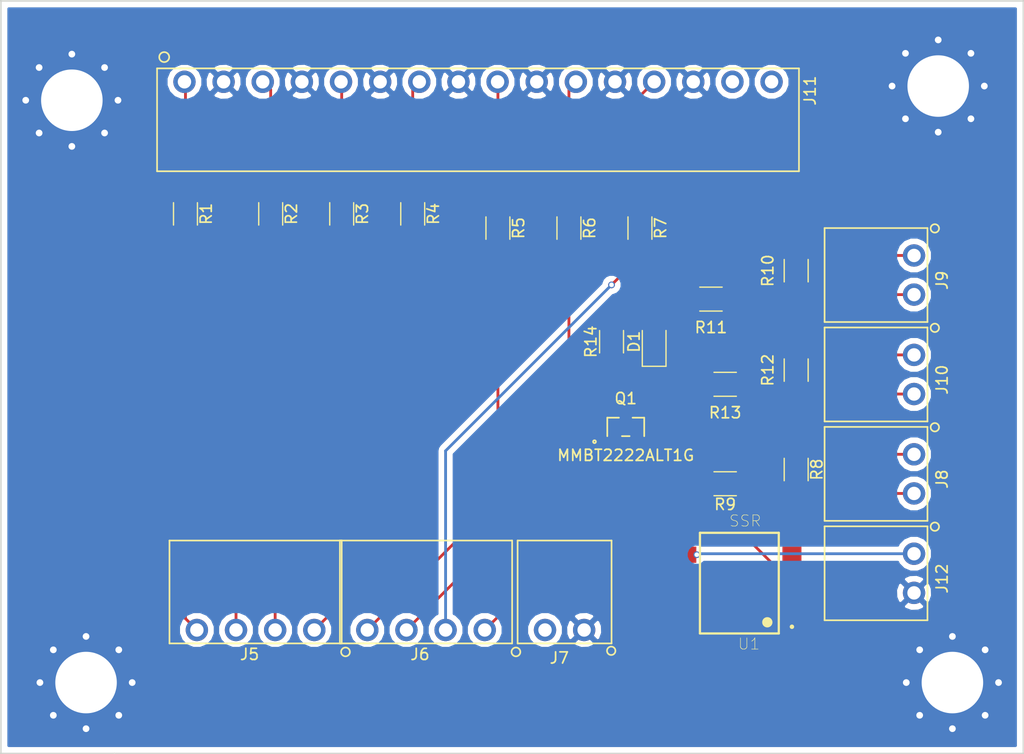
<source format=kicad_pcb>
(kicad_pcb (version 4) (host pcbnew 4.0.6)

  (general
    (links 47)
    (no_connects 6)
    (area 0 0 0 0)
    (thickness 1.6)
    (drawings 9)
    (tracks 63)
    (zones 0)
    (modules 29)
    (nets 27)
  )

  (page A4)
  (layers
    (0 F.Cu signal)
    (31 B.Cu signal)
    (32 B.Adhes user)
    (33 F.Adhes user)
    (34 B.Paste user)
    (35 F.Paste user)
    (36 B.SilkS user)
    (37 F.SilkS user)
    (38 B.Mask user)
    (39 F.Mask user)
    (40 Dwgs.User user)
    (41 Cmts.User user)
    (42 Eco1.User user)
    (43 Eco2.User user)
    (44 Edge.Cuts user)
    (45 Margin user)
    (46 B.CrtYd user)
    (47 F.CrtYd user)
    (48 B.Fab user)
    (49 F.Fab user hide)
  )

  (setup
    (last_trace_width 0.25)
    (trace_clearance 0.2)
    (zone_clearance 0.508)
    (zone_45_only no)
    (trace_min 0.2)
    (segment_width 0.2)
    (edge_width 0.15)
    (via_size 0.6)
    (via_drill 0.4)
    (via_min_size 0.4)
    (via_min_drill 0.3)
    (uvia_size 0.3)
    (uvia_drill 0.1)
    (uvias_allowed no)
    (uvia_min_size 0.2)
    (uvia_min_drill 0.1)
    (pcb_text_width 0.3)
    (pcb_text_size 1.5 1.5)
    (mod_edge_width 0.15)
    (mod_text_size 1 1)
    (mod_text_width 0.15)
    (pad_size 1.524 1.524)
    (pad_drill 0.762)
    (pad_to_mask_clearance 0.2)
    (aux_axis_origin 0 0)
    (visible_elements 7FFFFFFF)
    (pcbplotparams
      (layerselection 0x010f0_80000001)
      (usegerberextensions false)
      (excludeedgelayer true)
      (linewidth 0.100000)
      (plotframeref false)
      (viasonmask false)
      (mode 1)
      (useauxorigin false)
      (hpglpennumber 1)
      (hpglpenspeed 20)
      (hpglpendiameter 15)
      (hpglpenoverlay 2)
      (psnegative false)
      (psa4output false)
      (plotreference true)
      (plotvalue true)
      (plotinvisibletext false)
      (padsonsilk false)
      (subtractmaskfromsilk false)
      (outputformat 1)
      (mirror false)
      (drillshape 0)
      (scaleselection 1)
      (outputdirectory ""))
  )

  (net 0 "")
  (net 1 /buzzer)
  (net 2 /A7)
  (net 3 /A6)
  (net 4 /A5)
  (net 5 /A4)
  (net 6 /A3)
  (net 7 /A2)
  (net 8 /A1)
  (net 9 /A0)
  (net 10 /24V)
  (net 11 /Collector)
  (net 12 "Net-(D1-Pad2)")
  (net 13 /GND)
  (net 14 /VDI0)
  (net 15 /LEDO)
  (net 16 /VDI1)
  (net 17 /VDO1)
  (net 18 /VDI2)
  (net 19 /VDO2)
  (net 20 /L0)
  (net 21 /L1)
  (net 22 /L2)
  (net 23 /L3)
  (net 24 /L4)
  (net 25 /L5)
  (net 26 /L6)

  (net_class Default "This is the default net class."
    (clearance 0.2)
    (trace_width 0.25)
    (via_dia 0.6)
    (via_drill 0.4)
    (uvia_dia 0.3)
    (uvia_drill 0.1)
    (add_net /24V)
    (add_net /A0)
    (add_net /A1)
    (add_net /A2)
    (add_net /A3)
    (add_net /A4)
    (add_net /A5)
    (add_net /A6)
    (add_net /A7)
    (add_net /Collector)
    (add_net /GND)
    (add_net /L0)
    (add_net /L1)
    (add_net /L2)
    (add_net /L3)
    (add_net /L4)
    (add_net /L5)
    (add_net /L6)
    (add_net /LEDO)
    (add_net /VDI0)
    (add_net /VDI1)
    (add_net /VDI2)
    (add_net /VDO1)
    (add_net /VDO2)
    (add_net /buzzer)
    (add_net "Net-(D1-Pad2)")
  )

  (module foot:MMBF170LT1G (layer F.Cu) (tedit 5979149E) (tstamp 5970116D)
    (at 157.48 85.09)
    (path /596D3EC1)
    (fp_text reference Q1 (at 0 -2.54) (layer F.SilkS)
      (effects (font (size 1 1) (thickness 0.15)))
    )
    (fp_text value MMBT2222ALT1G (at 0 2.54) (layer F.SilkS)
      (effects (font (size 1 1) (thickness 0.15)))
    )
    (fp_text user "Copyright 2016 Accelerated Designs. All rights reserved." (at 0 0) (layer Cmts.User)
      (effects (font (size 0.127 0.127) (thickness 0.002)))
    )
    (fp_line (start -0.6985 0.6985) (end -1.2065 0.6985) (layer Dwgs.User) (width 0.1524))
    (fp_line (start -1.2065 0.6985) (end -1.2065 1.3208) (layer Dwgs.User) (width 0.1524))
    (fp_line (start -1.2065 1.3208) (end -0.6985 1.3208) (layer Dwgs.User) (width 0.1524))
    (fp_line (start -0.6985 1.3208) (end -0.6985 0.6985) (layer Dwgs.User) (width 0.1524))
    (fp_line (start 1.2065 0.6985) (end 0.6985 0.6985) (layer Dwgs.User) (width 0.1524))
    (fp_line (start 0.6985 0.6985) (end 0.6985 1.3208) (layer Dwgs.User) (width 0.1524))
    (fp_line (start 0.6985 1.3208) (end 1.2065 1.3208) (layer Dwgs.User) (width 0.1524))
    (fp_line (start 1.2065 1.3208) (end 1.2065 0.6985) (layer Dwgs.User) (width 0.1524))
    (fp_line (start -0.254 -0.6985) (end 0.254 -0.6985) (layer Dwgs.User) (width 0.1524))
    (fp_line (start 0.254 -0.6985) (end 0.254 -1.3208) (layer Dwgs.User) (width 0.1524))
    (fp_line (start 0.254 -1.3208) (end -0.254 -1.3208) (layer Dwgs.User) (width 0.1524))
    (fp_line (start -0.254 -1.3208) (end -0.254 -0.6985) (layer Dwgs.User) (width 0.1524))
    (fp_line (start -0.34036 0.8255) (end 0.34036 0.8255) (layer F.SilkS) (width 0.1524))
    (fp_line (start 1.651 0.8255) (end 1.651 -0.8255) (layer F.SilkS) (width 0.1524))
    (fp_line (start 1.651 -0.8255) (end 0.61214 -0.8255) (layer F.SilkS) (width 0.1524))
    (fp_line (start -1.651 -0.8255) (end -1.651 0.8255) (layer F.SilkS) (width 0.1524))
    (fp_line (start -1.524 0.6985) (end 1.524 0.6985) (layer Dwgs.User) (width 0.1524))
    (fp_line (start 1.524 0.6985) (end 1.524 -0.6985) (layer Dwgs.User) (width 0.1524))
    (fp_line (start 1.524 -0.6985) (end -1.524 -0.6985) (layer Dwgs.User) (width 0.1524))
    (fp_line (start -1.524 -0.6985) (end -1.524 0.6985) (layer Dwgs.User) (width 0.1524))
    (fp_line (start -0.61214 -0.8255) (end -1.651 -0.8255) (layer F.SilkS) (width 0.1524))
    (fp_circle (center -1.27 0.4445) (end -1.143 0.4445) (layer Dwgs.User) (width 0.1524))
    (fp_circle (center -2.794 1.3208) (end -2.667 1.3208) (layer F.SilkS) (width 0.1524))
    (pad 1 smd rect (at -0.9525 0.9652) (size 0.5588 1.4224) (layers F.Cu)
      (net 2 /A7))
    (pad 2 smd rect (at 0.9525 0.9652) (size 0.5588 1.4224) (layers F.Cu)
      (net 13 /GND))
    (pad 3 smd rect (at 0 -0.9652) (size 0.5588 1.4224) (layers F.Cu)
      (net 11 /Collector))
  )

  (module VO14642AABTR:SOIC254P1005X390-6N (layer F.Cu) (tedit 0) (tstamp 597011A1)
    (at 167.64 99.06 180)
    (path /596D39E9)
    (attr smd)
    (fp_text reference U1 (at -0.86 -5.435 180) (layer F.SilkS)
      (effects (font (size 1 1) (thickness 0.05)))
    )
    (fp_text value SSR (at -0.525 5.565 180) (layer F.SilkS)
      (effects (font (size 1 1) (thickness 0.05)))
    )
    (fp_line (start -3.525 -4.5) (end 3.525 -4.5) (layer F.SilkS) (width 0.2))
    (fp_line (start 3.525 -4.5) (end 3.525 4.5) (layer F.SilkS) (width 0.2))
    (fp_line (start 3.525 4.5) (end -3.525 4.5) (layer F.SilkS) (width 0.2))
    (fp_line (start -3.525 4.5) (end -3.525 -4.5) (layer F.SilkS) (width 0.2))
    (fp_line (start -5.8 -4.75) (end 5.8 -4.75) (layer Dwgs.User) (width 0.05))
    (fp_line (start 5.8 -4.75) (end 5.8 4.75) (layer Dwgs.User) (width 0.05))
    (fp_line (start 5.8 4.75) (end -5.8 4.75) (layer Dwgs.User) (width 0.05))
    (fp_line (start -5.8 4.75) (end -5.8 -4.75) (layer Dwgs.User) (width 0.05))
    (fp_circle (center -2.5 -3.5) (end -2.13945 -3.5) (layer F.SilkS) (width 0.2))
    (fp_poly (pts (xy -2.8 -3.5) (xy -2.5 -3.8) (xy -2.2 -3.5) (xy -2.5 -3.2)) (layer F.SilkS) (width 0.2))
    (fp_circle (center -4.7 -3.9) (end -4.6 -3.9) (layer F.SilkS) (width 0.2))
    (pad 1 smd rect (at -4.7 -2.54 180) (size 1.7 1.45) (layers F.Cu F.Paste F.Mask)
      (net 10 /24V))
    (pad 2 smd rect (at -4.7 0 180) (size 1.7 1.45) (layers F.Cu F.Paste F.Mask)
      (net 13 /GND))
    (pad 3 smd rect (at -4.7 2.54 180) (size 1.7 1.45) (layers F.Cu F.Paste F.Mask))
    (pad 4 smd rect (at 4.7 2.54) (size 1.7 1.45) (layers F.Cu F.Paste F.Mask)
      (net 1 /buzzer))
    (pad 5 smd rect (at 4.7 0) (size 1.7 1.45) (layers F.Cu F.Paste F.Mask))
    (pad 6 smd rect (at 4.7 -2.54) (size 1.7 1.45) (layers F.Cu F.Paste F.Mask)
      (net 11 /Collector))
  )

  (module hyperCustom:MountingHole_5.5mm_Pad_Via (layer F.Cu) (tedit 5847C2A1) (tstamp 59795AFF)
    (at 107.95 55.88)
    (descr "Mounting Hole 5.5mm")
    (tags "mounting hole 5.5mm")
    (path /59795675)
    (fp_text reference J1 (at 0 -6.5) (layer F.SilkS) hide
      (effects (font (size 1 1) (thickness 0.15)))
    )
    (fp_text value MOUNTING_HOLE (at 0 6.5) (layer F.Fab)
      (effects (font (size 1 1) (thickness 0.15)))
    )
    (fp_circle (center 0 0) (end 5.5 0) (layer Cmts.User) (width 0.15))
    (fp_circle (center 0 0) (end 5.75 0) (layer F.CrtYd) (width 0.05))
    (pad 1 thru_hole circle (at 0 0) (size 11 11) (drill 5.5) (layers *.Cu *.Mask)
      (net 13 /GND) (zone_connect 2))
    (pad "" thru_hole circle (at 4.125 0) (size 0.7 0.7) (drill 0.6) (layers *.Cu *.Mask))
    (pad "" thru_hole circle (at 2.926815 2.926815) (size 0.7 0.7) (drill 0.6) (layers *.Cu *.Mask))
    (pad "" thru_hole circle (at 0 4.125) (size 0.7 0.7) (drill 0.6) (layers *.Cu *.Mask))
    (pad "" thru_hole circle (at -2.926815 2.926815) (size 0.7 0.7) (drill 0.6) (layers *.Cu *.Mask))
    (pad "" thru_hole circle (at -4.125 0) (size 0.7 0.7) (drill 0.6) (layers *.Cu *.Mask))
    (pad "" thru_hole circle (at -2.926815 -2.926815) (size 0.7 0.7) (drill 0.6) (layers *.Cu *.Mask))
    (pad "" thru_hole circle (at 0 -4.125) (size 0.7 0.7) (drill 0.6) (layers *.Cu *.Mask))
    (pad "" thru_hole circle (at 2.926815 -2.926815) (size 0.7 0.7) (drill 0.6) (layers *.Cu *.Mask))
  )

  (module hyperCustom:MountingHole_5.5mm_Pad_Via (layer F.Cu) (tedit 59795EAF) (tstamp 59795B0C)
    (at 186.69 107.95)
    (descr "Mounting Hole 5.5mm")
    (tags "mounting hole 5.5mm")
    (path /59795785)
    (fp_text reference J2 (at 0 -6.5) (layer F.SilkS) hide
      (effects (font (size 1 1) (thickness 0.15)))
    )
    (fp_text value MOUNTING_HOLE (at -10.16 5.08) (layer F.Fab)
      (effects (font (size 1 1) (thickness 0.15)))
    )
    (fp_circle (center 0 0) (end 5.5 0) (layer Cmts.User) (width 0.15))
    (fp_circle (center 0 0) (end 5.75 0) (layer F.CrtYd) (width 0.05))
    (pad 1 thru_hole circle (at 0 0) (size 11 11) (drill 5.5) (layers *.Cu *.Mask)
      (net 13 /GND) (zone_connect 2))
    (pad "" thru_hole circle (at 4.125 0) (size 0.7 0.7) (drill 0.6) (layers *.Cu *.Mask))
    (pad "" thru_hole circle (at 2.926815 2.926815) (size 0.7 0.7) (drill 0.6) (layers *.Cu *.Mask))
    (pad "" thru_hole circle (at 0 4.125) (size 0.7 0.7) (drill 0.6) (layers *.Cu *.Mask))
    (pad "" thru_hole circle (at -2.926815 2.926815) (size 0.7 0.7) (drill 0.6) (layers *.Cu *.Mask))
    (pad "" thru_hole circle (at -4.125 0) (size 0.7 0.7) (drill 0.6) (layers *.Cu *.Mask))
    (pad "" thru_hole circle (at -2.926815 -2.926815) (size 0.7 0.7) (drill 0.6) (layers *.Cu *.Mask))
    (pad "" thru_hole circle (at 0 -4.125) (size 0.7 0.7) (drill 0.6) (layers *.Cu *.Mask))
    (pad "" thru_hole circle (at 2.926815 -2.926815) (size 0.7 0.7) (drill 0.6) (layers *.Cu *.Mask))
  )

  (module hyperCustom:MountingHole_5.5mm_Pad_Via (layer F.Cu) (tedit 5847C2A1) (tstamp 59795B19)
    (at 185.42 54.61)
    (descr "Mounting Hole 5.5mm")
    (tags "mounting hole 5.5mm")
    (path /597957D1)
    (fp_text reference J3 (at 0 -6.5) (layer F.SilkS) hide
      (effects (font (size 1 1) (thickness 0.15)))
    )
    (fp_text value MOUNTING_HOLE (at 0 6.5) (layer F.Fab)
      (effects (font (size 1 1) (thickness 0.15)))
    )
    (fp_circle (center 0 0) (end 5.5 0) (layer Cmts.User) (width 0.15))
    (fp_circle (center 0 0) (end 5.75 0) (layer F.CrtYd) (width 0.05))
    (pad 1 thru_hole circle (at 0 0) (size 11 11) (drill 5.5) (layers *.Cu *.Mask)
      (net 13 /GND) (zone_connect 2))
    (pad "" thru_hole circle (at 4.125 0) (size 0.7 0.7) (drill 0.6) (layers *.Cu *.Mask))
    (pad "" thru_hole circle (at 2.926815 2.926815) (size 0.7 0.7) (drill 0.6) (layers *.Cu *.Mask))
    (pad "" thru_hole circle (at 0 4.125) (size 0.7 0.7) (drill 0.6) (layers *.Cu *.Mask))
    (pad "" thru_hole circle (at -2.926815 2.926815) (size 0.7 0.7) (drill 0.6) (layers *.Cu *.Mask))
    (pad "" thru_hole circle (at -4.125 0) (size 0.7 0.7) (drill 0.6) (layers *.Cu *.Mask))
    (pad "" thru_hole circle (at -2.926815 -2.926815) (size 0.7 0.7) (drill 0.6) (layers *.Cu *.Mask))
    (pad "" thru_hole circle (at 0 -4.125) (size 0.7 0.7) (drill 0.6) (layers *.Cu *.Mask))
    (pad "" thru_hole circle (at 2.926815 -2.926815) (size 0.7 0.7) (drill 0.6) (layers *.Cu *.Mask))
  )

  (module hyperCustom:MountingHole_5.5mm_Pad_Via (layer F.Cu) (tedit 59795EA6) (tstamp 59795B26)
    (at 109.22 107.95)
    (descr "Mounting Hole 5.5mm")
    (tags "mounting hole 5.5mm")
    (path /59795820)
    (fp_text reference J4 (at 0 -6.5) (layer F.SilkS) hide
      (effects (font (size 1 1) (thickness 0.15)))
    )
    (fp_text value MOUNTING_HOLE (at 10.16 5.08) (layer F.Fab)
      (effects (font (size 1 1) (thickness 0.15)))
    )
    (fp_circle (center 0 0) (end 5.5 0) (layer Cmts.User) (width 0.15))
    (fp_circle (center 0 0) (end 5.75 0) (layer F.CrtYd) (width 0.05))
    (pad 1 thru_hole circle (at 0 0) (size 11 11) (drill 5.5) (layers *.Cu *.Mask)
      (net 13 /GND) (zone_connect 2))
    (pad "" thru_hole circle (at 4.125 0) (size 0.7 0.7) (drill 0.6) (layers *.Cu *.Mask))
    (pad "" thru_hole circle (at 2.926815 2.926815) (size 0.7 0.7) (drill 0.6) (layers *.Cu *.Mask))
    (pad "" thru_hole circle (at 0 4.125) (size 0.7 0.7) (drill 0.6) (layers *.Cu *.Mask))
    (pad "" thru_hole circle (at -2.926815 2.926815) (size 0.7 0.7) (drill 0.6) (layers *.Cu *.Mask))
    (pad "" thru_hole circle (at -4.125 0) (size 0.7 0.7) (drill 0.6) (layers *.Cu *.Mask))
    (pad "" thru_hole circle (at -2.926815 -2.926815) (size 0.7 0.7) (drill 0.6) (layers *.Cu *.Mask))
    (pad "" thru_hole circle (at 0 -4.125) (size 0.7 0.7) (drill 0.6) (layers *.Cu *.Mask))
    (pad "" thru_hole circle (at 2.926815 -2.926815) (size 0.7 0.7) (drill 0.6) (layers *.Cu *.Mask))
  )

  (module hyperCustom:CONN_PHOENIX_1844236_4PIN (layer F.Cu) (tedit 583FC76A) (tstamp 59795B2E)
    (at 132.08 95.25 180)
    (path /5979ADB2)
    (fp_text reference J5 (at 8.24 -10.18 180) (layer F.SilkS)
      (effects (font (size 1 1) (thickness 0.15)))
    )
    (fp_text value CONN_01X04 (at 10.81 4.7 180) (layer F.Fab)
      (effects (font (size 1 1) (thickness 0.15)))
    )
    (fp_circle (center -0.34 -9.96) (end 0.05 -9.9) (layer F.SilkS) (width 0.15))
    (fp_line (start 0 -9.2) (end 15.4 -9.2) (layer F.SilkS) (width 0.15))
    (fp_line (start 15.4 0) (end 15.4 -9.2) (layer F.SilkS) (width 0.15))
    (fp_line (start 0 0) (end 0 -9.2) (layer F.SilkS) (width 0.15))
    (fp_line (start 0 0) (end 15.4 0) (layer F.SilkS) (width 0.15))
    (pad 1 thru_hole circle (at 2.45 -8 180) (size 2 2) (drill 1.2) (layers *.Cu *.Mask)
      (net 6 /A3))
    (pad 2 thru_hole circle (at 5.95 -8 180) (size 2 2) (drill 1.2) (layers *.Cu *.Mask)
      (net 7 /A2))
    (pad 3 thru_hole circle (at 9.45 -8 180) (size 2 2) (drill 1.2) (layers *.Cu *.Mask)
      (net 8 /A1))
    (pad 4 thru_hole circle (at 12.95 -8 180) (size 2 2) (drill 1.2) (layers *.Cu *.Mask)
      (net 9 /A0))
  )

  (module hyperCustom:CONN_PHOENIX_1844236_4PIN (layer F.Cu) (tedit 583FC76A) (tstamp 59795B36)
    (at 147.32 95.25 180)
    (path /5979AE62)
    (fp_text reference J6 (at 8.24 -10.18 180) (layer F.SilkS)
      (effects (font (size 1 1) (thickness 0.15)))
    )
    (fp_text value CONN_01X04 (at 10.81 4.7 180) (layer F.Fab)
      (effects (font (size 1 1) (thickness 0.15)))
    )
    (fp_circle (center -0.34 -9.96) (end 0.05 -9.9) (layer F.SilkS) (width 0.15))
    (fp_line (start 0 -9.2) (end 15.4 -9.2) (layer F.SilkS) (width 0.15))
    (fp_line (start 15.4 0) (end 15.4 -9.2) (layer F.SilkS) (width 0.15))
    (fp_line (start 0 0) (end 0 -9.2) (layer F.SilkS) (width 0.15))
    (fp_line (start 0 0) (end 15.4 0) (layer F.SilkS) (width 0.15))
    (pad 1 thru_hole circle (at 2.45 -8 180) (size 2 2) (drill 1.2) (layers *.Cu *.Mask)
      (net 2 /A7))
    (pad 2 thru_hole circle (at 5.95 -8 180) (size 2 2) (drill 1.2) (layers *.Cu *.Mask)
      (net 3 /A6))
    (pad 3 thru_hole circle (at 9.45 -8 180) (size 2 2) (drill 1.2) (layers *.Cu *.Mask)
      (net 4 /A5))
    (pad 4 thru_hole circle (at 12.95 -8 180) (size 2 2) (drill 1.2) (layers *.Cu *.Mask)
      (net 5 /A4))
  )

  (module hyperCustom:CONN_PHOENIX_1844359_16PIN (layer F.Cu) (tedit 586C5CBA) (tstamp 59795B6A)
    (at 115.57 62.23)
    (path /5979D2CD)
    (fp_text reference J11 (at 58.39 -7.21 90) (layer F.SilkS)
      (effects (font (size 1 1) (thickness 0.15)))
    )
    (fp_text value CONN_01X16 (at 31.86 1.87) (layer F.Fab)
      (effects (font (size 1 1) (thickness 0.15)))
    )
    (fp_circle (center 0.64 -10.21) (end 0.94 -9.88) (layer F.SilkS) (width 0.15))
    (fp_line (start 57.4 0) (end 57.4 -9.2) (layer F.SilkS) (width 0.15))
    (fp_line (start 0 -9.2) (end 57.4 -9.2) (layer F.SilkS) (width 0.15))
    (fp_line (start 0 0) (end 0 -9.2) (layer F.SilkS) (width 0.15))
    (fp_line (start 0 0) (end 57.4 0) (layer F.SilkS) (width 0.15))
    (pad 1 thru_hole circle (at 2.45 -8) (size 2 2) (drill 1.2) (layers *.Cu *.Mask)
      (net 20 /L0))
    (pad 2 thru_hole circle (at 5.95 -8) (size 2 2) (drill 1.2) (layers *.Cu *.Mask)
      (net 13 /GND))
    (pad 3 thru_hole circle (at 9.45 -8) (size 2 2) (drill 1.2) (layers *.Cu *.Mask)
      (net 21 /L1))
    (pad 4 thru_hole circle (at 12.95 -8) (size 2 2) (drill 1.2) (layers *.Cu *.Mask)
      (net 13 /GND))
    (pad 5 thru_hole circle (at 16.45 -8) (size 2 2) (drill 1.2) (layers *.Cu *.Mask)
      (net 22 /L2))
    (pad 6 thru_hole circle (at 19.95 -8) (size 2 2) (drill 1.2) (layers *.Cu *.Mask)
      (net 13 /GND))
    (pad 7 thru_hole circle (at 23.45 -8) (size 2 2) (drill 1.2) (layers *.Cu *.Mask)
      (net 23 /L3))
    (pad 8 thru_hole circle (at 26.95 -8) (size 2 2) (drill 1.2) (layers *.Cu *.Mask)
      (net 13 /GND))
    (pad 9 thru_hole circle (at 30.45 -8) (size 2 2) (drill 1.2) (layers *.Cu *.Mask)
      (net 24 /L4))
    (pad 10 thru_hole circle (at 33.95 -8) (size 2 2) (drill 1.2) (layers *.Cu *.Mask)
      (net 13 /GND))
    (pad 11 thru_hole circle (at 37.45 -8) (size 2 2) (drill 1.2) (layers *.Cu *.Mask)
      (net 25 /L5))
    (pad 12 thru_hole circle (at 40.95 -8) (size 2 2) (drill 1.2) (layers *.Cu *.Mask)
      (net 13 /GND))
    (pad 13 thru_hole circle (at 44.45 -8) (size 2 2) (drill 1.2) (layers *.Cu *.Mask)
      (net 26 /L6))
    (pad 14 thru_hole circle (at 47.95 -8) (size 2 2) (drill 1.2) (layers *.Cu *.Mask)
      (net 13 /GND))
    (pad 15 thru_hole circle (at 51.45 -8) (size 2 2) (drill 1.2) (layers *.Cu *.Mask))
    (pad 16 thru_hole circle (at 54.95 -8) (size 2 2) (drill 1.2) (layers *.Cu *.Mask))
  )

  (module Resistors_SMD:R_1206_HandSoldering (layer F.Cu) (tedit 58E0A804) (tstamp 59795B78)
    (at 118.11 66.04 270)
    (descr "Resistor SMD 1206, hand soldering")
    (tags "resistor 1206")
    (path /59791378)
    (attr smd)
    (fp_text reference R1 (at 0 -1.85 270) (layer F.SilkS)
      (effects (font (size 1 1) (thickness 0.15)))
    )
    (fp_text value 220 (at 0 1.9 270) (layer F.Fab)
      (effects (font (size 1 1) (thickness 0.15)))
    )
    (fp_text user %R (at 0 0 270) (layer F.Fab)
      (effects (font (size 0.7 0.7) (thickness 0.105)))
    )
    (fp_line (start -1.6 0.8) (end -1.6 -0.8) (layer F.Fab) (width 0.1))
    (fp_line (start 1.6 0.8) (end -1.6 0.8) (layer F.Fab) (width 0.1))
    (fp_line (start 1.6 -0.8) (end 1.6 0.8) (layer F.Fab) (width 0.1))
    (fp_line (start -1.6 -0.8) (end 1.6 -0.8) (layer F.Fab) (width 0.1))
    (fp_line (start 1 1.07) (end -1 1.07) (layer F.SilkS) (width 0.12))
    (fp_line (start -1 -1.07) (end 1 -1.07) (layer F.SilkS) (width 0.12))
    (fp_line (start -3.25 -1.11) (end 3.25 -1.11) (layer F.CrtYd) (width 0.05))
    (fp_line (start -3.25 -1.11) (end -3.25 1.1) (layer F.CrtYd) (width 0.05))
    (fp_line (start 3.25 1.1) (end 3.25 -1.11) (layer F.CrtYd) (width 0.05))
    (fp_line (start 3.25 1.1) (end -3.25 1.1) (layer F.CrtYd) (width 0.05))
    (pad 1 smd rect (at -2 0 270) (size 2 1.7) (layers F.Cu F.Paste F.Mask)
      (net 20 /L0))
    (pad 2 smd rect (at 2 0 270) (size 2 1.7) (layers F.Cu F.Paste F.Mask)
      (net 9 /A0))
    (model ${KISYS3DMOD}/Resistors_SMD.3dshapes/R_1206.wrl
      (at (xyz 0 0 0))
      (scale (xyz 1 1 1))
      (rotate (xyz 0 0 0))
    )
  )

  (module Resistors_SMD:R_1206_HandSoldering (layer F.Cu) (tedit 58E0A804) (tstamp 59795B7E)
    (at 125.73 66.04 270)
    (descr "Resistor SMD 1206, hand soldering")
    (tags "resistor 1206")
    (path /59791323)
    (attr smd)
    (fp_text reference R2 (at 0 -1.85 270) (layer F.SilkS)
      (effects (font (size 1 1) (thickness 0.15)))
    )
    (fp_text value 220 (at 0 1.9 270) (layer F.Fab)
      (effects (font (size 1 1) (thickness 0.15)))
    )
    (fp_text user %R (at 0 0 270) (layer F.Fab)
      (effects (font (size 0.7 0.7) (thickness 0.105)))
    )
    (fp_line (start -1.6 0.8) (end -1.6 -0.8) (layer F.Fab) (width 0.1))
    (fp_line (start 1.6 0.8) (end -1.6 0.8) (layer F.Fab) (width 0.1))
    (fp_line (start 1.6 -0.8) (end 1.6 0.8) (layer F.Fab) (width 0.1))
    (fp_line (start -1.6 -0.8) (end 1.6 -0.8) (layer F.Fab) (width 0.1))
    (fp_line (start 1 1.07) (end -1 1.07) (layer F.SilkS) (width 0.12))
    (fp_line (start -1 -1.07) (end 1 -1.07) (layer F.SilkS) (width 0.12))
    (fp_line (start -3.25 -1.11) (end 3.25 -1.11) (layer F.CrtYd) (width 0.05))
    (fp_line (start -3.25 -1.11) (end -3.25 1.1) (layer F.CrtYd) (width 0.05))
    (fp_line (start 3.25 1.1) (end 3.25 -1.11) (layer F.CrtYd) (width 0.05))
    (fp_line (start 3.25 1.1) (end -3.25 1.1) (layer F.CrtYd) (width 0.05))
    (pad 1 smd rect (at -2 0 270) (size 2 1.7) (layers F.Cu F.Paste F.Mask)
      (net 21 /L1))
    (pad 2 smd rect (at 2 0 270) (size 2 1.7) (layers F.Cu F.Paste F.Mask)
      (net 8 /A1))
    (model ${KISYS3DMOD}/Resistors_SMD.3dshapes/R_1206.wrl
      (at (xyz 0 0 0))
      (scale (xyz 1 1 1))
      (rotate (xyz 0 0 0))
    )
  )

  (module Resistors_SMD:R_1206_HandSoldering (layer F.Cu) (tedit 58E0A804) (tstamp 59795B84)
    (at 132.08 66.04 270)
    (descr "Resistor SMD 1206, hand soldering")
    (tags "resistor 1206")
    (path /597912DD)
    (attr smd)
    (fp_text reference R3 (at 0 -1.85 270) (layer F.SilkS)
      (effects (font (size 1 1) (thickness 0.15)))
    )
    (fp_text value 220 (at 0 1.9 270) (layer F.Fab)
      (effects (font (size 1 1) (thickness 0.15)))
    )
    (fp_text user %R (at 0 0 270) (layer F.Fab)
      (effects (font (size 0.7 0.7) (thickness 0.105)))
    )
    (fp_line (start -1.6 0.8) (end -1.6 -0.8) (layer F.Fab) (width 0.1))
    (fp_line (start 1.6 0.8) (end -1.6 0.8) (layer F.Fab) (width 0.1))
    (fp_line (start 1.6 -0.8) (end 1.6 0.8) (layer F.Fab) (width 0.1))
    (fp_line (start -1.6 -0.8) (end 1.6 -0.8) (layer F.Fab) (width 0.1))
    (fp_line (start 1 1.07) (end -1 1.07) (layer F.SilkS) (width 0.12))
    (fp_line (start -1 -1.07) (end 1 -1.07) (layer F.SilkS) (width 0.12))
    (fp_line (start -3.25 -1.11) (end 3.25 -1.11) (layer F.CrtYd) (width 0.05))
    (fp_line (start -3.25 -1.11) (end -3.25 1.1) (layer F.CrtYd) (width 0.05))
    (fp_line (start 3.25 1.1) (end 3.25 -1.11) (layer F.CrtYd) (width 0.05))
    (fp_line (start 3.25 1.1) (end -3.25 1.1) (layer F.CrtYd) (width 0.05))
    (pad 1 smd rect (at -2 0 270) (size 2 1.7) (layers F.Cu F.Paste F.Mask)
      (net 22 /L2))
    (pad 2 smd rect (at 2 0 270) (size 2 1.7) (layers F.Cu F.Paste F.Mask)
      (net 7 /A2))
    (model ${KISYS3DMOD}/Resistors_SMD.3dshapes/R_1206.wrl
      (at (xyz 0 0 0))
      (scale (xyz 1 1 1))
      (rotate (xyz 0 0 0))
    )
  )

  (module Resistors_SMD:R_1206_HandSoldering (layer F.Cu) (tedit 58E0A804) (tstamp 59795B8A)
    (at 138.43 66.04 270)
    (descr "Resistor SMD 1206, hand soldering")
    (tags "resistor 1206")
    (path /5979129A)
    (attr smd)
    (fp_text reference R4 (at 0 -1.85 270) (layer F.SilkS)
      (effects (font (size 1 1) (thickness 0.15)))
    )
    (fp_text value 220 (at 0 1.9 270) (layer F.Fab)
      (effects (font (size 1 1) (thickness 0.15)))
    )
    (fp_text user %R (at 0 0 270) (layer F.Fab)
      (effects (font (size 0.7 0.7) (thickness 0.105)))
    )
    (fp_line (start -1.6 0.8) (end -1.6 -0.8) (layer F.Fab) (width 0.1))
    (fp_line (start 1.6 0.8) (end -1.6 0.8) (layer F.Fab) (width 0.1))
    (fp_line (start 1.6 -0.8) (end 1.6 0.8) (layer F.Fab) (width 0.1))
    (fp_line (start -1.6 -0.8) (end 1.6 -0.8) (layer F.Fab) (width 0.1))
    (fp_line (start 1 1.07) (end -1 1.07) (layer F.SilkS) (width 0.12))
    (fp_line (start -1 -1.07) (end 1 -1.07) (layer F.SilkS) (width 0.12))
    (fp_line (start -3.25 -1.11) (end 3.25 -1.11) (layer F.CrtYd) (width 0.05))
    (fp_line (start -3.25 -1.11) (end -3.25 1.1) (layer F.CrtYd) (width 0.05))
    (fp_line (start 3.25 1.1) (end 3.25 -1.11) (layer F.CrtYd) (width 0.05))
    (fp_line (start 3.25 1.1) (end -3.25 1.1) (layer F.CrtYd) (width 0.05))
    (pad 1 smd rect (at -2 0 270) (size 2 1.7) (layers F.Cu F.Paste F.Mask)
      (net 23 /L3))
    (pad 2 smd rect (at 2 0 270) (size 2 1.7) (layers F.Cu F.Paste F.Mask)
      (net 6 /A3))
    (model ${KISYS3DMOD}/Resistors_SMD.3dshapes/R_1206.wrl
      (at (xyz 0 0 0))
      (scale (xyz 1 1 1))
      (rotate (xyz 0 0 0))
    )
  )

  (module Resistors_SMD:R_1206_HandSoldering (layer F.Cu) (tedit 58E0A804) (tstamp 59795B90)
    (at 146.05 67.31 270)
    (descr "Resistor SMD 1206, hand soldering")
    (tags "resistor 1206")
    (path /59791257)
    (attr smd)
    (fp_text reference R5 (at 0 -1.85 270) (layer F.SilkS)
      (effects (font (size 1 1) (thickness 0.15)))
    )
    (fp_text value 220 (at 0 1.9 270) (layer F.Fab)
      (effects (font (size 1 1) (thickness 0.15)))
    )
    (fp_text user %R (at 0 0 270) (layer F.Fab)
      (effects (font (size 0.7 0.7) (thickness 0.105)))
    )
    (fp_line (start -1.6 0.8) (end -1.6 -0.8) (layer F.Fab) (width 0.1))
    (fp_line (start 1.6 0.8) (end -1.6 0.8) (layer F.Fab) (width 0.1))
    (fp_line (start 1.6 -0.8) (end 1.6 0.8) (layer F.Fab) (width 0.1))
    (fp_line (start -1.6 -0.8) (end 1.6 -0.8) (layer F.Fab) (width 0.1))
    (fp_line (start 1 1.07) (end -1 1.07) (layer F.SilkS) (width 0.12))
    (fp_line (start -1 -1.07) (end 1 -1.07) (layer F.SilkS) (width 0.12))
    (fp_line (start -3.25 -1.11) (end 3.25 -1.11) (layer F.CrtYd) (width 0.05))
    (fp_line (start -3.25 -1.11) (end -3.25 1.1) (layer F.CrtYd) (width 0.05))
    (fp_line (start 3.25 1.1) (end 3.25 -1.11) (layer F.CrtYd) (width 0.05))
    (fp_line (start 3.25 1.1) (end -3.25 1.1) (layer F.CrtYd) (width 0.05))
    (pad 1 smd rect (at -2 0 270) (size 2 1.7) (layers F.Cu F.Paste F.Mask)
      (net 24 /L4))
    (pad 2 smd rect (at 2 0 270) (size 2 1.7) (layers F.Cu F.Paste F.Mask)
      (net 5 /A4))
    (model ${KISYS3DMOD}/Resistors_SMD.3dshapes/R_1206.wrl
      (at (xyz 0 0 0))
      (scale (xyz 1 1 1))
      (rotate (xyz 0 0 0))
    )
  )

  (module Resistors_SMD:R_1206_HandSoldering (layer F.Cu) (tedit 58E0A804) (tstamp 59795B96)
    (at 152.4 67.31 270)
    (descr "Resistor SMD 1206, hand soldering")
    (tags "resistor 1206")
    (path /5979120A)
    (attr smd)
    (fp_text reference R6 (at 0 -1.85 270) (layer F.SilkS)
      (effects (font (size 1 1) (thickness 0.15)))
    )
    (fp_text value 220 (at 0 1.9 270) (layer F.Fab)
      (effects (font (size 1 1) (thickness 0.15)))
    )
    (fp_text user %R (at 0 0 270) (layer F.Fab)
      (effects (font (size 0.7 0.7) (thickness 0.105)))
    )
    (fp_line (start -1.6 0.8) (end -1.6 -0.8) (layer F.Fab) (width 0.1))
    (fp_line (start 1.6 0.8) (end -1.6 0.8) (layer F.Fab) (width 0.1))
    (fp_line (start 1.6 -0.8) (end 1.6 0.8) (layer F.Fab) (width 0.1))
    (fp_line (start -1.6 -0.8) (end 1.6 -0.8) (layer F.Fab) (width 0.1))
    (fp_line (start 1 1.07) (end -1 1.07) (layer F.SilkS) (width 0.12))
    (fp_line (start -1 -1.07) (end 1 -1.07) (layer F.SilkS) (width 0.12))
    (fp_line (start -3.25 -1.11) (end 3.25 -1.11) (layer F.CrtYd) (width 0.05))
    (fp_line (start -3.25 -1.11) (end -3.25 1.1) (layer F.CrtYd) (width 0.05))
    (fp_line (start 3.25 1.1) (end 3.25 -1.11) (layer F.CrtYd) (width 0.05))
    (fp_line (start 3.25 1.1) (end -3.25 1.1) (layer F.CrtYd) (width 0.05))
    (pad 1 smd rect (at -2 0 270) (size 2 1.7) (layers F.Cu F.Paste F.Mask)
      (net 25 /L5))
    (pad 2 smd rect (at 2 0 270) (size 2 1.7) (layers F.Cu F.Paste F.Mask)
      (net 4 /A5))
    (model ${KISYS3DMOD}/Resistors_SMD.3dshapes/R_1206.wrl
      (at (xyz 0 0 0))
      (scale (xyz 1 1 1))
      (rotate (xyz 0 0 0))
    )
  )

  (module Resistors_SMD:R_1206_HandSoldering (layer F.Cu) (tedit 58E0A804) (tstamp 59795B9C)
    (at 158.75 67.31 270)
    (descr "Resistor SMD 1206, hand soldering")
    (tags "resistor 1206")
    (path /596D61BE)
    (attr smd)
    (fp_text reference R7 (at 0 -1.85 270) (layer F.SilkS)
      (effects (font (size 1 1) (thickness 0.15)))
    )
    (fp_text value 220 (at 0 1.9 270) (layer F.Fab)
      (effects (font (size 1 1) (thickness 0.15)))
    )
    (fp_text user %R (at 0 0 270) (layer F.Fab)
      (effects (font (size 0.7 0.7) (thickness 0.105)))
    )
    (fp_line (start -1.6 0.8) (end -1.6 -0.8) (layer F.Fab) (width 0.1))
    (fp_line (start 1.6 0.8) (end -1.6 0.8) (layer F.Fab) (width 0.1))
    (fp_line (start 1.6 -0.8) (end 1.6 0.8) (layer F.Fab) (width 0.1))
    (fp_line (start -1.6 -0.8) (end 1.6 -0.8) (layer F.Fab) (width 0.1))
    (fp_line (start 1 1.07) (end -1 1.07) (layer F.SilkS) (width 0.12))
    (fp_line (start -1 -1.07) (end 1 -1.07) (layer F.SilkS) (width 0.12))
    (fp_line (start -3.25 -1.11) (end 3.25 -1.11) (layer F.CrtYd) (width 0.05))
    (fp_line (start -3.25 -1.11) (end -3.25 1.1) (layer F.CrtYd) (width 0.05))
    (fp_line (start 3.25 1.1) (end 3.25 -1.11) (layer F.CrtYd) (width 0.05))
    (fp_line (start 3.25 1.1) (end -3.25 1.1) (layer F.CrtYd) (width 0.05))
    (pad 1 smd rect (at -2 0 270) (size 2 1.7) (layers F.Cu F.Paste F.Mask)
      (net 26 /L6))
    (pad 2 smd rect (at 2 0 270) (size 2 1.7) (layers F.Cu F.Paste F.Mask)
      (net 3 /A6))
    (model ${KISYS3DMOD}/Resistors_SMD.3dshapes/R_1206.wrl
      (at (xyz 0 0 0))
      (scale (xyz 1 1 1))
      (rotate (xyz 0 0 0))
    )
  )

  (module Resistors_SMD:R_1206_HandSoldering (layer F.Cu) (tedit 58E0A804) (tstamp 59795BA2)
    (at 172.72 88.9 270)
    (descr "Resistor SMD 1206, hand soldering")
    (tags "resistor 1206")
    (path /59796B93)
    (attr smd)
    (fp_text reference R8 (at 0 -1.85 270) (layer F.SilkS)
      (effects (font (size 1 1) (thickness 0.15)))
    )
    (fp_text value R (at 0 1.9 270) (layer F.Fab)
      (effects (font (size 1 1) (thickness 0.15)))
    )
    (fp_text user %R (at 0 0 270) (layer F.Fab)
      (effects (font (size 0.7 0.7) (thickness 0.105)))
    )
    (fp_line (start -1.6 0.8) (end -1.6 -0.8) (layer F.Fab) (width 0.1))
    (fp_line (start 1.6 0.8) (end -1.6 0.8) (layer F.Fab) (width 0.1))
    (fp_line (start 1.6 -0.8) (end 1.6 0.8) (layer F.Fab) (width 0.1))
    (fp_line (start -1.6 -0.8) (end 1.6 -0.8) (layer F.Fab) (width 0.1))
    (fp_line (start 1 1.07) (end -1 1.07) (layer F.SilkS) (width 0.12))
    (fp_line (start -1 -1.07) (end 1 -1.07) (layer F.SilkS) (width 0.12))
    (fp_line (start -3.25 -1.11) (end 3.25 -1.11) (layer F.CrtYd) (width 0.05))
    (fp_line (start -3.25 -1.11) (end -3.25 1.1) (layer F.CrtYd) (width 0.05))
    (fp_line (start 3.25 1.1) (end 3.25 -1.11) (layer F.CrtYd) (width 0.05))
    (fp_line (start 3.25 1.1) (end -3.25 1.1) (layer F.CrtYd) (width 0.05))
    (pad 1 smd rect (at -2 0 270) (size 2 1.7) (layers F.Cu F.Paste F.Mask)
      (net 14 /VDI0))
    (pad 2 smd rect (at 2 0 270) (size 2 1.7) (layers F.Cu F.Paste F.Mask)
      (net 15 /LEDO))
    (model ${KISYS3DMOD}/Resistors_SMD.3dshapes/R_1206.wrl
      (at (xyz 0 0 0))
      (scale (xyz 1 1 1))
      (rotate (xyz 0 0 0))
    )
  )

  (module Resistors_SMD:R_1206_HandSoldering (layer F.Cu) (tedit 58E0A804) (tstamp 59795BA8)
    (at 166.37 90.17 180)
    (descr "Resistor SMD 1206, hand soldering")
    (tags "resistor 1206")
    (path /59796D96)
    (attr smd)
    (fp_text reference R9 (at 0 -1.85 180) (layer F.SilkS)
      (effects (font (size 1 1) (thickness 0.15)))
    )
    (fp_text value R (at 0 1.9 180) (layer F.Fab)
      (effects (font (size 1 1) (thickness 0.15)))
    )
    (fp_text user %R (at 0 0 180) (layer F.Fab)
      (effects (font (size 0.7 0.7) (thickness 0.105)))
    )
    (fp_line (start -1.6 0.8) (end -1.6 -0.8) (layer F.Fab) (width 0.1))
    (fp_line (start 1.6 0.8) (end -1.6 0.8) (layer F.Fab) (width 0.1))
    (fp_line (start 1.6 -0.8) (end 1.6 0.8) (layer F.Fab) (width 0.1))
    (fp_line (start -1.6 -0.8) (end 1.6 -0.8) (layer F.Fab) (width 0.1))
    (fp_line (start 1 1.07) (end -1 1.07) (layer F.SilkS) (width 0.12))
    (fp_line (start -1 -1.07) (end 1 -1.07) (layer F.SilkS) (width 0.12))
    (fp_line (start -3.25 -1.11) (end 3.25 -1.11) (layer F.CrtYd) (width 0.05))
    (fp_line (start -3.25 -1.11) (end -3.25 1.1) (layer F.CrtYd) (width 0.05))
    (fp_line (start 3.25 1.1) (end 3.25 -1.11) (layer F.CrtYd) (width 0.05))
    (fp_line (start 3.25 1.1) (end -3.25 1.1) (layer F.CrtYd) (width 0.05))
    (pad 1 smd rect (at -2 0 180) (size 2 1.7) (layers F.Cu F.Paste F.Mask)
      (net 15 /LEDO))
    (pad 2 smd rect (at 2 0 180) (size 2 1.7) (layers F.Cu F.Paste F.Mask)
      (net 13 /GND))
    (model ${KISYS3DMOD}/Resistors_SMD.3dshapes/R_1206.wrl
      (at (xyz 0 0 0))
      (scale (xyz 1 1 1))
      (rotate (xyz 0 0 0))
    )
  )

  (module Resistors_SMD:R_1206_HandSoldering (layer F.Cu) (tedit 59795CA9) (tstamp 59795BAE)
    (at 172.72 71.12 270)
    (descr "Resistor SMD 1206, hand soldering")
    (tags "resistor 1206")
    (path /59796C22)
    (attr smd)
    (fp_text reference R10 (at 0 2.54 270) (layer F.SilkS)
      (effects (font (size 1 1) (thickness 0.15)))
    )
    (fp_text value R (at 0 -1.27 270) (layer F.Fab)
      (effects (font (size 1 1) (thickness 0.15)))
    )
    (fp_text user %R (at 0 0 270) (layer F.Fab)
      (effects (font (size 0.7 0.7) (thickness 0.105)))
    )
    (fp_line (start -1.6 0.8) (end -1.6 -0.8) (layer F.Fab) (width 0.1))
    (fp_line (start 1.6 0.8) (end -1.6 0.8) (layer F.Fab) (width 0.1))
    (fp_line (start 1.6 -0.8) (end 1.6 0.8) (layer F.Fab) (width 0.1))
    (fp_line (start -1.6 -0.8) (end 1.6 -0.8) (layer F.Fab) (width 0.1))
    (fp_line (start 1 1.07) (end -1 1.07) (layer F.SilkS) (width 0.12))
    (fp_line (start -1 -1.07) (end 1 -1.07) (layer F.SilkS) (width 0.12))
    (fp_line (start -3.25 -1.11) (end 3.25 -1.11) (layer F.CrtYd) (width 0.05))
    (fp_line (start -3.25 -1.11) (end -3.25 1.1) (layer F.CrtYd) (width 0.05))
    (fp_line (start 3.25 1.1) (end 3.25 -1.11) (layer F.CrtYd) (width 0.05))
    (fp_line (start 3.25 1.1) (end -3.25 1.1) (layer F.CrtYd) (width 0.05))
    (pad 1 smd rect (at -2 0 270) (size 2 1.7) (layers F.Cu F.Paste F.Mask)
      (net 16 /VDI1))
    (pad 2 smd rect (at 2 0 270) (size 2 1.7) (layers F.Cu F.Paste F.Mask)
      (net 17 /VDO1))
    (model ${KISYS3DMOD}/Resistors_SMD.3dshapes/R_1206.wrl
      (at (xyz 0 0 0))
      (scale (xyz 1 1 1))
      (rotate (xyz 0 0 0))
    )
  )

  (module Resistors_SMD:R_1206_HandSoldering (layer F.Cu) (tedit 59795C0E) (tstamp 59795BB4)
    (at 165.1 73.66 180)
    (descr "Resistor SMD 1206, hand soldering")
    (tags "resistor 1206")
    (path /59797502)
    (attr smd)
    (fp_text reference R11 (at 0 -2.54 180) (layer F.SilkS)
      (effects (font (size 1 1) (thickness 0.15)))
    )
    (fp_text value R (at 0 1.9 180) (layer F.Fab)
      (effects (font (size 1 1) (thickness 0.15)))
    )
    (fp_text user %R (at 0 0 180) (layer F.Fab)
      (effects (font (size 0.7 0.7) (thickness 0.105)))
    )
    (fp_line (start -1.6 0.8) (end -1.6 -0.8) (layer F.Fab) (width 0.1))
    (fp_line (start 1.6 0.8) (end -1.6 0.8) (layer F.Fab) (width 0.1))
    (fp_line (start 1.6 -0.8) (end 1.6 0.8) (layer F.Fab) (width 0.1))
    (fp_line (start -1.6 -0.8) (end 1.6 -0.8) (layer F.Fab) (width 0.1))
    (fp_line (start 1 1.07) (end -1 1.07) (layer F.SilkS) (width 0.12))
    (fp_line (start -1 -1.07) (end 1 -1.07) (layer F.SilkS) (width 0.12))
    (fp_line (start -3.25 -1.11) (end 3.25 -1.11) (layer F.CrtYd) (width 0.05))
    (fp_line (start -3.25 -1.11) (end -3.25 1.1) (layer F.CrtYd) (width 0.05))
    (fp_line (start 3.25 1.1) (end 3.25 -1.11) (layer F.CrtYd) (width 0.05))
    (fp_line (start 3.25 1.1) (end -3.25 1.1) (layer F.CrtYd) (width 0.05))
    (pad 1 smd rect (at -2 0 180) (size 2 1.7) (layers F.Cu F.Paste F.Mask)
      (net 17 /VDO1))
    (pad 2 smd rect (at 2 0 180) (size 2 1.7) (layers F.Cu F.Paste F.Mask)
      (net 13 /GND))
    (model ${KISYS3DMOD}/Resistors_SMD.3dshapes/R_1206.wrl
      (at (xyz 0 0 0))
      (scale (xyz 1 1 1))
      (rotate (xyz 0 0 0))
    )
  )

  (module Resistors_SMD:R_1206_HandSoldering (layer F.Cu) (tedit 59795C36) (tstamp 59795BBA)
    (at 172.72 80.01 270)
    (descr "Resistor SMD 1206, hand soldering")
    (tags "resistor 1206")
    (path /59796D34)
    (attr smd)
    (fp_text reference R12 (at 0 2.54 270) (layer F.SilkS)
      (effects (font (size 1 1) (thickness 0.15)))
    )
    (fp_text value R (at 0 -1.27 270) (layer F.Fab)
      (effects (font (size 1 1) (thickness 0.15)))
    )
    (fp_text user %R (at 0 0 270) (layer F.Fab)
      (effects (font (size 0.7 0.7) (thickness 0.105)))
    )
    (fp_line (start -1.6 0.8) (end -1.6 -0.8) (layer F.Fab) (width 0.1))
    (fp_line (start 1.6 0.8) (end -1.6 0.8) (layer F.Fab) (width 0.1))
    (fp_line (start 1.6 -0.8) (end 1.6 0.8) (layer F.Fab) (width 0.1))
    (fp_line (start -1.6 -0.8) (end 1.6 -0.8) (layer F.Fab) (width 0.1))
    (fp_line (start 1 1.07) (end -1 1.07) (layer F.SilkS) (width 0.12))
    (fp_line (start -1 -1.07) (end 1 -1.07) (layer F.SilkS) (width 0.12))
    (fp_line (start -3.25 -1.11) (end 3.25 -1.11) (layer F.CrtYd) (width 0.05))
    (fp_line (start -3.25 -1.11) (end -3.25 1.1) (layer F.CrtYd) (width 0.05))
    (fp_line (start 3.25 1.1) (end 3.25 -1.11) (layer F.CrtYd) (width 0.05))
    (fp_line (start 3.25 1.1) (end -3.25 1.1) (layer F.CrtYd) (width 0.05))
    (pad 1 smd rect (at -2 0 270) (size 2 1.7) (layers F.Cu F.Paste F.Mask)
      (net 18 /VDI2))
    (pad 2 smd rect (at 2 0 270) (size 2 1.7) (layers F.Cu F.Paste F.Mask)
      (net 19 /VDO2))
    (model ${KISYS3DMOD}/Resistors_SMD.3dshapes/R_1206.wrl
      (at (xyz 0 0 0))
      (scale (xyz 1 1 1))
      (rotate (xyz 0 0 0))
    )
  )

  (module Resistors_SMD:R_1206_HandSoldering (layer F.Cu) (tedit 59795C11) (tstamp 59795BC0)
    (at 166.37 81.28 180)
    (descr "Resistor SMD 1206, hand soldering")
    (tags "resistor 1206")
    (path /5979757E)
    (attr smd)
    (fp_text reference R13 (at 0 -2.54 180) (layer F.SilkS)
      (effects (font (size 1 1) (thickness 0.15)))
    )
    (fp_text value R (at 0 1.9 180) (layer F.Fab)
      (effects (font (size 1 1) (thickness 0.15)))
    )
    (fp_text user %R (at 0 0 180) (layer F.Fab)
      (effects (font (size 0.7 0.7) (thickness 0.105)))
    )
    (fp_line (start -1.6 0.8) (end -1.6 -0.8) (layer F.Fab) (width 0.1))
    (fp_line (start 1.6 0.8) (end -1.6 0.8) (layer F.Fab) (width 0.1))
    (fp_line (start 1.6 -0.8) (end 1.6 0.8) (layer F.Fab) (width 0.1))
    (fp_line (start -1.6 -0.8) (end 1.6 -0.8) (layer F.Fab) (width 0.1))
    (fp_line (start 1 1.07) (end -1 1.07) (layer F.SilkS) (width 0.12))
    (fp_line (start -1 -1.07) (end 1 -1.07) (layer F.SilkS) (width 0.12))
    (fp_line (start -3.25 -1.11) (end 3.25 -1.11) (layer F.CrtYd) (width 0.05))
    (fp_line (start -3.25 -1.11) (end -3.25 1.1) (layer F.CrtYd) (width 0.05))
    (fp_line (start 3.25 1.1) (end 3.25 -1.11) (layer F.CrtYd) (width 0.05))
    (fp_line (start 3.25 1.1) (end -3.25 1.1) (layer F.CrtYd) (width 0.05))
    (pad 1 smd rect (at -2 0 180) (size 2 1.7) (layers F.Cu F.Paste F.Mask)
      (net 19 /VDO2))
    (pad 2 smd rect (at 2 0 180) (size 2 1.7) (layers F.Cu F.Paste F.Mask)
      (net 13 /GND))
    (model ${KISYS3DMOD}/Resistors_SMD.3dshapes/R_1206.wrl
      (at (xyz 0 0 0))
      (scale (xyz 1 1 1))
      (rotate (xyz 0 0 0))
    )
  )

  (module Resistors_SMD:R_1206_HandSoldering (layer F.Cu) (tedit 58E0A804) (tstamp 59795BC6)
    (at 156.21 77.47 90)
    (descr "Resistor SMD 1206, hand soldering")
    (tags "resistor 1206")
    (path /5979C2F0)
    (attr smd)
    (fp_text reference R14 (at 0 -1.85 90) (layer F.SilkS)
      (effects (font (size 1 1) (thickness 0.15)))
    )
    (fp_text value R (at 0 1.9 90) (layer F.Fab)
      (effects (font (size 1 1) (thickness 0.15)))
    )
    (fp_text user %R (at 0 0 90) (layer F.Fab)
      (effects (font (size 0.7 0.7) (thickness 0.105)))
    )
    (fp_line (start -1.6 0.8) (end -1.6 -0.8) (layer F.Fab) (width 0.1))
    (fp_line (start 1.6 0.8) (end -1.6 0.8) (layer F.Fab) (width 0.1))
    (fp_line (start 1.6 -0.8) (end 1.6 0.8) (layer F.Fab) (width 0.1))
    (fp_line (start -1.6 -0.8) (end 1.6 -0.8) (layer F.Fab) (width 0.1))
    (fp_line (start 1 1.07) (end -1 1.07) (layer F.SilkS) (width 0.12))
    (fp_line (start -1 -1.07) (end 1 -1.07) (layer F.SilkS) (width 0.12))
    (fp_line (start -3.25 -1.11) (end 3.25 -1.11) (layer F.CrtYd) (width 0.05))
    (fp_line (start -3.25 -1.11) (end -3.25 1.1) (layer F.CrtYd) (width 0.05))
    (fp_line (start 3.25 1.1) (end 3.25 -1.11) (layer F.CrtYd) (width 0.05))
    (fp_line (start 3.25 1.1) (end -3.25 1.1) (layer F.CrtYd) (width 0.05))
    (pad 1 smd rect (at -2 0 90) (size 2 1.7) (layers F.Cu F.Paste F.Mask)
      (net 15 /LEDO))
    (pad 2 smd rect (at 2 0 90) (size 2 1.7) (layers F.Cu F.Paste F.Mask)
      (net 12 "Net-(D1-Pad2)"))
    (model ${KISYS3DMOD}/Resistors_SMD.3dshapes/R_1206.wrl
      (at (xyz 0 0 0))
      (scale (xyz 1 1 1))
      (rotate (xyz 0 0 0))
    )
  )

  (module Diodes_SMD:D_1206 (layer F.Cu) (tedit 590CEAF5) (tstamp 59795BC7)
    (at 160.02 77.47 90)
    (descr "Diode SMD 1206, reflow soldering http://datasheets.avx.com/schottky.pdf")
    (tags "Diode 1206")
    (path /5979BF70)
    (attr smd)
    (fp_text reference D1 (at 0 -1.8 90) (layer F.SilkS)
      (effects (font (size 1 1) (thickness 0.15)))
    )
    (fp_text value LED (at 0 1.9 90) (layer F.Fab)
      (effects (font (size 1 1) (thickness 0.15)))
    )
    (fp_text user %R (at 0 -1.8 90) (layer F.Fab)
      (effects (font (size 1 1) (thickness 0.15)))
    )
    (fp_line (start -0.254 -0.254) (end -0.254 0.254) (layer F.Fab) (width 0.1))
    (fp_line (start 0.127 0) (end 0.381 0) (layer F.Fab) (width 0.1))
    (fp_line (start -0.254 0) (end -0.508 0) (layer F.Fab) (width 0.1))
    (fp_line (start 0.127 0.254) (end -0.254 0) (layer F.Fab) (width 0.1))
    (fp_line (start 0.127 -0.254) (end 0.127 0.254) (layer F.Fab) (width 0.1))
    (fp_line (start -0.254 0) (end 0.127 -0.254) (layer F.Fab) (width 0.1))
    (fp_line (start -2.2 -1.06) (end -2.2 1.06) (layer F.SilkS) (width 0.12))
    (fp_line (start -1.7 0.95) (end -1.7 -0.95) (layer F.Fab) (width 0.1))
    (fp_line (start 1.7 0.95) (end -1.7 0.95) (layer F.Fab) (width 0.1))
    (fp_line (start 1.7 -0.95) (end 1.7 0.95) (layer F.Fab) (width 0.1))
    (fp_line (start -1.7 -0.95) (end 1.7 -0.95) (layer F.Fab) (width 0.1))
    (fp_line (start -2.3 -1.16) (end 2.3 -1.16) (layer F.CrtYd) (width 0.05))
    (fp_line (start -2.3 1.16) (end 2.3 1.16) (layer F.CrtYd) (width 0.05))
    (fp_line (start -2.3 -1.16) (end -2.3 1.16) (layer F.CrtYd) (width 0.05))
    (fp_line (start 2.3 -1.16) (end 2.3 1.16) (layer F.CrtYd) (width 0.05))
    (fp_line (start 1 -1.06) (end -2.2 -1.06) (layer F.SilkS) (width 0.12))
    (fp_line (start -2.2 1.06) (end 1 1.06) (layer F.SilkS) (width 0.12))
    (pad 1 smd rect (at -1.5 0 90) (size 1 1.6) (layers F.Cu F.Paste F.Mask)
      (net 13 /GND))
    (pad 2 smd rect (at 1.5 0 90) (size 1 1.6) (layers F.Cu F.Paste F.Mask)
      (net 12 "Net-(D1-Pad2)"))
    (model ${KISYS3DMOD}/Diodes_SMD.3dshapes/D_1206.wrl
      (at (xyz 0 0 0))
      (scale (xyz 1 1 1))
      (rotate (xyz 0 0 0))
    )
  )

  (module hyperCustom:CONN_PHOENIX_1844210_2PIN (layer F.Cu) (tedit 59795C06) (tstamp 59795D96)
    (at 175.26 93.98 270)
    (path /597A36E9)
    (fp_text reference J12 (at 4.67 -10.5 270) (layer F.SilkS)
      (effects (font (size 1 1) (thickness 0.15)))
    )
    (fp_text value CONN_01X02 (at 0 -16.51 360) (layer F.Fab)
      (effects (font (size 1 1) (thickness 0.15)))
    )
    (fp_circle (center 0.03 -9.86) (end 0.4 -9.79) (layer F.SilkS) (width 0.15))
    (fp_line (start 0 -9.2) (end 8.4 -9.2) (layer F.SilkS) (width 0.15))
    (fp_line (start 8.4 0) (end 8.4 -9.2) (layer F.SilkS) (width 0.15))
    (fp_line (start 0 0) (end 0 -9.2) (layer F.SilkS) (width 0.15))
    (fp_line (start 0 0) (end 8.4 0) (layer F.SilkS) (width 0.15))
    (pad 1 thru_hole circle (at 2.45 -8 270) (size 2 2) (drill 1.2) (layers *.Cu *.Mask)
      (net 1 /buzzer))
    (pad 2 thru_hole circle (at 5.95 -8 270) (size 2 2) (drill 1.2) (layers *.Cu *.Mask)
      (net 13 /GND))
  )

  (module hyperCustom:CONN_PHOENIX_1844210_2PIN (layer F.Cu) (tedit 583FC74A) (tstamp 59795E1D)
    (at 156.21 95.25 180)
    (path /5979AEAC)
    (fp_text reference J7 (at 4.67 -10.5 180) (layer F.SilkS)
      (effects (font (size 1 1) (thickness 0.15)))
    )
    (fp_text value CONN_01X02 (at 0.05 4.17 180) (layer F.Fab)
      (effects (font (size 1 1) (thickness 0.15)))
    )
    (fp_circle (center 0.03 -9.86) (end 0.4 -9.79) (layer F.SilkS) (width 0.15))
    (fp_line (start 0 -9.2) (end 8.4 -9.2) (layer F.SilkS) (width 0.15))
    (fp_line (start 8.4 0) (end 8.4 -9.2) (layer F.SilkS) (width 0.15))
    (fp_line (start 0 0) (end 0 -9.2) (layer F.SilkS) (width 0.15))
    (fp_line (start 0 0) (end 8.4 0) (layer F.SilkS) (width 0.15))
    (pad 1 thru_hole circle (at 2.45 -8 180) (size 2 2) (drill 1.2) (layers *.Cu *.Mask)
      (net 13 /GND))
    (pad 2 thru_hole circle (at 5.95 -8 180) (size 2 2) (drill 1.2) (layers *.Cu *.Mask)
      (net 10 /24V))
  )

  (module hyperCustom:CONN_PHOENIX_1844210_2PIN (layer F.Cu) (tedit 59795C01) (tstamp 59795E22)
    (at 175.26 85.09 270)
    (path /5979B230)
    (fp_text reference J8 (at 4.67 -10.5 270) (layer F.SilkS)
      (effects (font (size 1 1) (thickness 0.15)))
    )
    (fp_text value CONN_01X02 (at 0 -15.24 360) (layer F.Fab)
      (effects (font (size 1 1) (thickness 0.15)))
    )
    (fp_circle (center 0.03 -9.86) (end 0.4 -9.79) (layer F.SilkS) (width 0.15))
    (fp_line (start 0 -9.2) (end 8.4 -9.2) (layer F.SilkS) (width 0.15))
    (fp_line (start 8.4 0) (end 8.4 -9.2) (layer F.SilkS) (width 0.15))
    (fp_line (start 0 0) (end 0 -9.2) (layer F.SilkS) (width 0.15))
    (fp_line (start 0 0) (end 8.4 0) (layer F.SilkS) (width 0.15))
    (pad 1 thru_hole circle (at 2.45 -8 270) (size 2 2) (drill 1.2) (layers *.Cu *.Mask)
      (net 14 /VDI0))
    (pad 2 thru_hole circle (at 5.95 -8 270) (size 2 2) (drill 1.2) (layers *.Cu *.Mask)
      (net 15 /LEDO))
  )

  (module hyperCustom:CONN_PHOENIX_1844210_2PIN (layer F.Cu) (tedit 59795BFB) (tstamp 59795E27)
    (at 175.26 67.31 270)
    (path /5979B40E)
    (fp_text reference J9 (at 4.67 -10.5 270) (layer F.SilkS)
      (effects (font (size 1 1) (thickness 0.15)))
    )
    (fp_text value CONN_01X02 (at 0 -15.24 360) (layer F.Fab)
      (effects (font (size 1 1) (thickness 0.15)))
    )
    (fp_circle (center 0.03 -9.86) (end 0.4 -9.79) (layer F.SilkS) (width 0.15))
    (fp_line (start 0 -9.2) (end 8.4 -9.2) (layer F.SilkS) (width 0.15))
    (fp_line (start 8.4 0) (end 8.4 -9.2) (layer F.SilkS) (width 0.15))
    (fp_line (start 0 0) (end 0 -9.2) (layer F.SilkS) (width 0.15))
    (fp_line (start 0 0) (end 8.4 0) (layer F.SilkS) (width 0.15))
    (pad 1 thru_hole circle (at 2.45 -8 270) (size 2 2) (drill 1.2) (layers *.Cu *.Mask)
      (net 16 /VDI1))
    (pad 2 thru_hole circle (at 5.95 -8 270) (size 2 2) (drill 1.2) (layers *.Cu *.Mask)
      (net 17 /VDO1))
  )

  (module hyperCustom:CONN_PHOENIX_1844210_2PIN (layer F.Cu) (tedit 59795BF4) (tstamp 59795E2C)
    (at 175.26 76.2 270)
    (path /5979B47D)
    (fp_text reference J10 (at 4.67 -10.5 270) (layer F.SilkS)
      (effects (font (size 1 1) (thickness 0.15)))
    )
    (fp_text value CONN_01X02 (at 1.27 -15.24 360) (layer F.Fab)
      (effects (font (size 1 1) (thickness 0.15)))
    )
    (fp_circle (center 0.03 -9.86) (end 0.4 -9.79) (layer F.SilkS) (width 0.15))
    (fp_line (start 0 -9.2) (end 8.4 -9.2) (layer F.SilkS) (width 0.15))
    (fp_line (start 8.4 0) (end 8.4 -9.2) (layer F.SilkS) (width 0.15))
    (fp_line (start 0 0) (end 0 -9.2) (layer F.SilkS) (width 0.15))
    (fp_line (start 0 0) (end 8.4 0) (layer F.SilkS) (width 0.15))
    (pad 1 thru_hole circle (at 2.45 -8 270) (size 2 2) (drill 1.2) (layers *.Cu *.Mask)
      (net 18 /VDI2))
    (pad 2 thru_hole circle (at 5.95 -8 270) (size 2 2) (drill 1.2) (layers *.Cu *.Mask)
      (net 19 /VDO2))
  )

  (gr_line (start 101.6 114.3) (end 111.76 114.3) (angle 90) (layer Edge.Cuts) (width 0.15))
  (gr_line (start 101.6 46.99) (end 101.6 114.3) (angle 90) (layer Edge.Cuts) (width 0.15))
  (gr_line (start 193.04 46.99) (end 101.6 46.99) (angle 90) (layer Edge.Cuts) (width 0.15))
  (gr_line (start 193.04 50.8) (end 193.04 46.99) (angle 90) (layer Edge.Cuts) (width 0.15))
  (gr_line (start 193.04 114.3) (end 111.76 114.3) (angle 90) (layer Edge.Cuts) (width 0.15))
  (gr_line (start 193.04 50.8) (end 193.04 114.3) (angle 90) (layer Edge.Cuts) (width 0.15))
  (gr_line (start 157.48 85.09) (end 344.17 85.09) (angle 90) (layer F.Fab) (width 0.2))
  (gr_line (start 186.69 105.41) (end 199.39 118.11) (angle 90) (layer F.Fab) (width 0.2))
  (gr_line (start 173.99 92.71) (end 186.69 105.41) (angle 90) (layer F.Fab) (width 0.2))

  (segment (start 183.26 96.43) (end 163.92 96.43) (width 0.25) (layer B.Cu) (net 1))
  (segment (start 163.83 96.52) (end 162.94 96.52) (width 0.25) (layer F.Cu) (net 1) (tstamp 59796433))
  (via (at 163.83 96.52) (size 0.6) (drill 0.4) (layers F.Cu B.Cu) (net 1))
  (segment (start 163.92 96.43) (end 163.83 96.52) (width 0.25) (layer B.Cu) (net 1) (tstamp 59796431))
  (segment (start 156.5275 86.0552) (end 156.5275 91.5925) (width 0.25) (layer F.Cu) (net 2))
  (segment (start 156.5275 91.5925) (end 144.87 103.25) (width 0.25) (layer F.Cu) (net 2) (tstamp 5979644D))
  (segment (start 158.75 69.31) (end 158.75 69.85) (width 0.25) (layer F.Cu) (net 3))
  (segment (start 158.75 69.85) (end 156.21 72.39) (width 0.25) (layer F.Cu) (net 3) (tstamp 597963FD))
  (via (at 156.21 72.39) (size 0.6) (drill 0.4) (layers F.Cu B.Cu) (net 3))
  (segment (start 156.21 72.39) (end 141.37 87.23) (width 0.25) (layer B.Cu) (net 3) (tstamp 59796400))
  (segment (start 141.37 87.23) (end 141.37 103.25) (width 0.25) (layer B.Cu) (net 3) (tstamp 59796401))
  (segment (start 152.4 69.31) (end 152.4 88.72) (width 0.25) (layer F.Cu) (net 4))
  (segment (start 152.4 88.72) (end 137.87 103.25) (width 0.25) (layer F.Cu) (net 4) (tstamp 597963F8))
  (segment (start 146.05 69.31) (end 146.05 91.57) (width 0.25) (layer F.Cu) (net 5))
  (segment (start 146.05 91.57) (end 134.37 103.25) (width 0.25) (layer F.Cu) (net 5) (tstamp 597963F4))
  (segment (start 138.43 68.04) (end 138.43 94.45) (width 0.25) (layer F.Cu) (net 6))
  (segment (start 138.43 94.45) (end 129.63 103.25) (width 0.25) (layer F.Cu) (net 6) (tstamp 597963F0))
  (segment (start 126.13 103.25) (end 126.13 73.99) (width 0.25) (layer F.Cu) (net 7))
  (segment (start 126.13 73.99) (end 132.08 68.04) (width 0.25) (layer F.Cu) (net 7) (tstamp 597963EC))
  (segment (start 122.63 103.25) (end 122.63 71.14) (width 0.25) (layer F.Cu) (net 8))
  (segment (start 122.63 71.14) (end 125.73 68.04) (width 0.25) (layer F.Cu) (net 8) (tstamp 597963E8))
  (segment (start 118.11 68.04) (end 118.11 102.23) (width 0.25) (layer F.Cu) (net 9))
  (segment (start 118.11 102.23) (end 119.13 103.25) (width 0.25) (layer F.Cu) (net 9) (tstamp 597963E5))
  (segment (start 157.48 84.1248) (end 157.48 96.14) (width 0.25) (layer F.Cu) (net 11))
  (segment (start 157.48 96.14) (end 162.94 101.6) (width 0.25) (layer F.Cu) (net 11) (tstamp 59796449))
  (segment (start 156.21 75.47) (end 159.52 75.47) (width 0.25) (layer F.Cu) (net 12))
  (segment (start 159.52 75.47) (end 160.02 75.97) (width 0.25) (layer F.Cu) (net 12) (tstamp 59796461))
  (segment (start 164.37 90.17) (end 164.37 91.09) (width 0.25) (layer F.Cu) (net 13))
  (segment (start 164.37 91.09) (end 172.34 99.06) (width 0.25) (layer F.Cu) (net 13) (tstamp 59796480))
  (segment (start 183.26 87.54) (end 173.36 87.54) (width 0.25) (layer F.Cu) (net 14))
  (segment (start 173.36 87.54) (end 172.72 86.9) (width 0.25) (layer F.Cu) (net 14) (tstamp 59796425))
  (segment (start 168.37 90.17) (end 166.91 90.17) (width 0.25) (layer F.Cu) (net 15))
  (segment (start 166.91 90.17) (end 156.21 79.47) (width 0.25) (layer F.Cu) (net 15) (tstamp 59796445))
  (segment (start 172.72 90.9) (end 169.1 90.9) (width 0.25) (layer F.Cu) (net 15))
  (segment (start 169.1 90.9) (end 168.37 90.17) (width 0.25) (layer F.Cu) (net 15) (tstamp 59796442))
  (segment (start 183.26 91.04) (end 172.86 91.04) (width 0.25) (layer F.Cu) (net 15))
  (segment (start 172.86 91.04) (end 172.72 90.9) (width 0.25) (layer F.Cu) (net 15) (tstamp 59796428))
  (segment (start 183.26 69.76) (end 173.36 69.76) (width 0.25) (layer F.Cu) (net 16))
  (segment (start 173.36 69.76) (end 172.72 69.12) (width 0.25) (layer F.Cu) (net 16) (tstamp 59796405))
  (segment (start 172.72 73.12) (end 167.64 73.12) (width 0.25) (layer F.Cu) (net 17))
  (segment (start 167.64 73.12) (end 167.1 73.66) (width 0.25) (layer F.Cu) (net 17) (tstamp 5979640C))
  (segment (start 183.26 73.26) (end 172.86 73.26) (width 0.25) (layer F.Cu) (net 17))
  (segment (start 172.86 73.26) (end 172.72 73.12) (width 0.25) (layer F.Cu) (net 17) (tstamp 59796408))
  (segment (start 183.26 78.65) (end 173.36 78.65) (width 0.25) (layer F.Cu) (net 18))
  (segment (start 173.36 78.65) (end 172.72 78.01) (width 0.25) (layer F.Cu) (net 18) (tstamp 5979641C))
  (segment (start 172.72 82.01) (end 169.1 82.01) (width 0.25) (layer F.Cu) (net 19))
  (segment (start 169.1 82.01) (end 168.37 81.28) (width 0.25) (layer F.Cu) (net 19) (tstamp 59796471))
  (segment (start 183.26 82.15) (end 172.86 82.15) (width 0.25) (layer F.Cu) (net 19))
  (segment (start 172.86 82.15) (end 172.72 82.01) (width 0.25) (layer F.Cu) (net 19) (tstamp 5979641F))
  (segment (start 118.11 64.04) (end 118.11 54.32) (width 0.25) (layer F.Cu) (net 20))
  (segment (start 118.11 54.32) (end 118.02 54.23) (width 0.25) (layer F.Cu) (net 20) (tstamp 59796381))
  (segment (start 125.73 64.04) (end 125.73 54.94) (width 0.25) (layer F.Cu) (net 21))
  (segment (start 125.73 54.94) (end 125.02 54.23) (width 0.25) (layer F.Cu) (net 21) (tstamp 59796384))
  (segment (start 132.08 64.04) (end 132.08 54.29) (width 0.25) (layer F.Cu) (net 22))
  (segment (start 132.08 54.29) (end 132.02 54.23) (width 0.25) (layer F.Cu) (net 22) (tstamp 597963DB))
  (segment (start 138.43 64.04) (end 138.43 54.82) (width 0.25) (layer F.Cu) (net 23))
  (segment (start 138.43 54.82) (end 139.02 54.23) (width 0.25) (layer F.Cu) (net 23) (tstamp 597963DE))
  (segment (start 146.05 65.31) (end 146.05 54.26) (width 0.25) (layer F.Cu) (net 24))
  (segment (start 146.05 54.26) (end 146.02 54.23) (width 0.25) (layer F.Cu) (net 24) (tstamp 59796393))
  (segment (start 152.4 65.31) (end 152.4 54.85) (width 0.25) (layer F.Cu) (net 25))
  (segment (start 152.4 54.85) (end 153.02 54.23) (width 0.25) (layer F.Cu) (net 25) (tstamp 59796396))
  (segment (start 158.75 65.31) (end 158.75 55.5) (width 0.25) (layer F.Cu) (net 26))
  (segment (start 158.75 55.5) (end 160.02 54.23) (width 0.25) (layer F.Cu) (net 26) (tstamp 597963E1))

  (zone (net 13) (net_name /GND) (layer B.Cu) (tstamp 5979648E) (hatch edge 0.508)
    (connect_pads (clearance 0.508))
    (min_thickness 0.254)
    (fill yes (arc_segments 16) (thermal_gap 0.508) (thermal_bridge_width 0.508))
    (polygon
      (pts
        (xy 193.04 114.3) (xy 101.6 114.3) (xy 101.6 46.99) (xy 193.04 46.99)
      )
    )
    (filled_polygon
      (pts
        (xy 192.33 113.59) (xy 102.31 113.59) (xy 102.31 112.270069) (xy 108.23483 112.270069) (xy 108.384471 112.632229)
        (xy 108.661314 112.909555) (xy 109.023212 113.059828) (xy 109.415069 113.06017) (xy 109.777229 112.910529) (xy 110.054555 112.633686)
        (xy 110.204828 112.271788) (xy 110.204829 112.270069) (xy 185.70483 112.270069) (xy 185.854471 112.632229) (xy 186.131314 112.909555)
        (xy 186.493212 113.059828) (xy 186.885069 113.06017) (xy 187.247229 112.910529) (xy 187.524555 112.633686) (xy 187.674828 112.271788)
        (xy 187.67517 111.879931) (xy 187.525529 111.517771) (xy 187.248686 111.240445) (xy 186.886788 111.090172) (xy 186.494931 111.08983)
        (xy 186.132771 111.239471) (xy 185.855445 111.516314) (xy 185.705172 111.878212) (xy 185.70483 112.270069) (xy 110.204829 112.270069)
        (xy 110.20517 111.879931) (xy 110.055529 111.517771) (xy 109.778686 111.240445) (xy 109.416788 111.090172) (xy 109.024931 111.08983)
        (xy 108.662771 111.239471) (xy 108.385445 111.516314) (xy 108.235172 111.878212) (xy 108.23483 112.270069) (xy 102.31 112.270069)
        (xy 102.31 111.071884) (xy 105.308015 111.071884) (xy 105.457656 111.434044) (xy 105.734499 111.71137) (xy 106.096397 111.861643)
        (xy 106.488254 111.861985) (xy 106.850414 111.712344) (xy 107.12774 111.435501) (xy 107.278013 111.073603) (xy 107.278014 111.071884)
        (xy 111.161645 111.071884) (xy 111.311286 111.434044) (xy 111.588129 111.71137) (xy 111.950027 111.861643) (xy 112.341884 111.861985)
        (xy 112.704044 111.712344) (xy 112.98137 111.435501) (xy 113.131643 111.073603) (xy 113.131644 111.071884) (xy 182.778015 111.071884)
        (xy 182.927656 111.434044) (xy 183.204499 111.71137) (xy 183.566397 111.861643) (xy 183.958254 111.861985) (xy 184.320414 111.712344)
        (xy 184.59774 111.435501) (xy 184.748013 111.073603) (xy 184.748014 111.071884) (xy 188.631645 111.071884) (xy 188.781286 111.434044)
        (xy 189.058129 111.71137) (xy 189.420027 111.861643) (xy 189.811884 111.861985) (xy 190.174044 111.712344) (xy 190.45137 111.435501)
        (xy 190.601643 111.073603) (xy 190.601985 110.681746) (xy 190.452344 110.319586) (xy 190.175501 110.04226) (xy 189.813603 109.891987)
        (xy 189.421746 109.891645) (xy 189.059586 110.041286) (xy 188.78226 110.318129) (xy 188.631987 110.680027) (xy 188.631645 111.071884)
        (xy 184.748014 111.071884) (xy 184.748355 110.681746) (xy 184.598714 110.319586) (xy 184.321871 110.04226) (xy 183.959973 109.891987)
        (xy 183.568116 109.891645) (xy 183.205956 110.041286) (xy 182.92863 110.318129) (xy 182.778357 110.680027) (xy 182.778015 111.071884)
        (xy 113.131644 111.071884) (xy 113.131985 110.681746) (xy 112.982344 110.319586) (xy 112.705501 110.04226) (xy 112.343603 109.891987)
        (xy 111.951746 109.891645) (xy 111.589586 110.041286) (xy 111.31226 110.318129) (xy 111.161987 110.680027) (xy 111.161645 111.071884)
        (xy 107.278014 111.071884) (xy 107.278355 110.681746) (xy 107.128714 110.319586) (xy 106.851871 110.04226) (xy 106.489973 109.891987)
        (xy 106.098116 109.891645) (xy 105.735956 110.041286) (xy 105.45863 110.318129) (xy 105.308357 110.680027) (xy 105.308015 111.071884)
        (xy 102.31 111.071884) (xy 102.31 108.145069) (xy 104.10983 108.145069) (xy 104.259471 108.507229) (xy 104.536314 108.784555)
        (xy 104.898212 108.934828) (xy 105.290069 108.93517) (xy 105.652229 108.785529) (xy 105.929555 108.508686) (xy 106.079828 108.146788)
        (xy 106.079829 108.145069) (xy 112.35983 108.145069) (xy 112.509471 108.507229) (xy 112.786314 108.784555) (xy 113.148212 108.934828)
        (xy 113.540069 108.93517) (xy 113.902229 108.785529) (xy 114.179555 108.508686) (xy 114.329828 108.146788) (xy 114.329829 108.145069)
        (xy 181.57983 108.145069) (xy 181.729471 108.507229) (xy 182.006314 108.784555) (xy 182.368212 108.934828) (xy 182.760069 108.93517)
        (xy 183.122229 108.785529) (xy 183.399555 108.508686) (xy 183.549828 108.146788) (xy 183.549829 108.145069) (xy 189.82983 108.145069)
        (xy 189.979471 108.507229) (xy 190.256314 108.784555) (xy 190.618212 108.934828) (xy 191.010069 108.93517) (xy 191.372229 108.785529)
        (xy 191.649555 108.508686) (xy 191.799828 108.146788) (xy 191.80017 107.754931) (xy 191.650529 107.392771) (xy 191.373686 107.115445)
        (xy 191.011788 106.965172) (xy 190.619931 106.96483) (xy 190.257771 107.114471) (xy 189.980445 107.391314) (xy 189.830172 107.753212)
        (xy 189.82983 108.145069) (xy 183.549829 108.145069) (xy 183.55017 107.754931) (xy 183.400529 107.392771) (xy 183.123686 107.115445)
        (xy 182.761788 106.965172) (xy 182.369931 106.96483) (xy 182.007771 107.114471) (xy 181.730445 107.391314) (xy 181.580172 107.753212)
        (xy 181.57983 108.145069) (xy 114.329829 108.145069) (xy 114.33017 107.754931) (xy 114.180529 107.392771) (xy 113.903686 107.115445)
        (xy 113.541788 106.965172) (xy 113.149931 106.96483) (xy 112.787771 107.114471) (xy 112.510445 107.391314) (xy 112.360172 107.753212)
        (xy 112.35983 108.145069) (xy 106.079829 108.145069) (xy 106.08017 107.754931) (xy 105.930529 107.392771) (xy 105.653686 107.115445)
        (xy 105.291788 106.965172) (xy 104.899931 106.96483) (xy 104.537771 107.114471) (xy 104.260445 107.391314) (xy 104.110172 107.753212)
        (xy 104.10983 108.145069) (xy 102.31 108.145069) (xy 102.31 105.218254) (xy 105.308015 105.218254) (xy 105.457656 105.580414)
        (xy 105.734499 105.85774) (xy 106.096397 106.008013) (xy 106.488254 106.008355) (xy 106.850414 105.858714) (xy 107.12774 105.581871)
        (xy 107.278013 105.219973) (xy 107.278014 105.218254) (xy 111.161645 105.218254) (xy 111.311286 105.580414) (xy 111.588129 105.85774)
        (xy 111.950027 106.008013) (xy 112.341884 106.008355) (xy 112.704044 105.858714) (xy 112.98137 105.581871) (xy 113.131643 105.219973)
        (xy 113.131644 105.218254) (xy 182.778015 105.218254) (xy 182.927656 105.580414) (xy 183.204499 105.85774) (xy 183.566397 106.008013)
        (xy 183.958254 106.008355) (xy 184.320414 105.858714) (xy 184.59774 105.581871) (xy 184.748013 105.219973) (xy 184.748014 105.218254)
        (xy 188.631645 105.218254) (xy 188.781286 105.580414) (xy 189.058129 105.85774) (xy 189.420027 106.008013) (xy 189.811884 106.008355)
        (xy 190.174044 105.858714) (xy 190.45137 105.581871) (xy 190.601643 105.219973) (xy 190.601985 104.828116) (xy 190.452344 104.465956)
        (xy 190.175501 104.18863) (xy 189.813603 104.038357) (xy 189.421746 104.038015) (xy 189.059586 104.187656) (xy 188.78226 104.464499)
        (xy 188.631987 104.826397) (xy 188.631645 105.218254) (xy 184.748014 105.218254) (xy 184.748355 104.828116) (xy 184.598714 104.465956)
        (xy 184.321871 104.18863) (xy 183.959973 104.038357) (xy 183.568116 104.038015) (xy 183.205956 104.187656) (xy 182.92863 104.464499)
        (xy 182.778357 104.826397) (xy 182.778015 105.218254) (xy 113.131644 105.218254) (xy 113.131985 104.828116) (xy 112.982344 104.465956)
        (xy 112.705501 104.18863) (xy 112.343603 104.038357) (xy 111.951746 104.038015) (xy 111.589586 104.187656) (xy 111.31226 104.464499)
        (xy 111.161987 104.826397) (xy 111.161645 105.218254) (xy 107.278014 105.218254) (xy 107.278355 104.828116) (xy 107.128714 104.465956)
        (xy 106.851871 104.18863) (xy 106.489973 104.038357) (xy 106.098116 104.038015) (xy 105.735956 104.187656) (xy 105.45863 104.464499)
        (xy 105.308357 104.826397) (xy 105.308015 105.218254) (xy 102.31 105.218254) (xy 102.31 104.020069) (xy 108.23483 104.020069)
        (xy 108.384471 104.382229) (xy 108.661314 104.659555) (xy 109.023212 104.809828) (xy 109.415069 104.81017) (xy 109.777229 104.660529)
        (xy 110.054555 104.383686) (xy 110.204828 104.021788) (xy 110.20517 103.629931) (xy 110.181976 103.573795) (xy 117.494716 103.573795)
        (xy 117.743106 104.174943) (xy 118.202637 104.635278) (xy 118.803352 104.884716) (xy 119.453795 104.885284) (xy 120.054943 104.636894)
        (xy 120.515278 104.177363) (xy 120.764716 103.576648) (xy 120.764718 103.573795) (xy 120.994716 103.573795) (xy 121.243106 104.174943)
        (xy 121.702637 104.635278) (xy 122.303352 104.884716) (xy 122.953795 104.885284) (xy 123.554943 104.636894) (xy 124.015278 104.177363)
        (xy 124.264716 103.576648) (xy 124.264718 103.573795) (xy 124.494716 103.573795) (xy 124.743106 104.174943) (xy 125.202637 104.635278)
        (xy 125.803352 104.884716) (xy 126.453795 104.885284) (xy 127.054943 104.636894) (xy 127.515278 104.177363) (xy 127.764716 103.576648)
        (xy 127.764718 103.573795) (xy 127.994716 103.573795) (xy 128.243106 104.174943) (xy 128.702637 104.635278) (xy 129.303352 104.884716)
        (xy 129.953795 104.885284) (xy 130.554943 104.636894) (xy 131.015278 104.177363) (xy 131.264716 103.576648) (xy 131.264718 103.573795)
        (xy 132.734716 103.573795) (xy 132.983106 104.174943) (xy 133.442637 104.635278) (xy 134.043352 104.884716) (xy 134.693795 104.885284)
        (xy 135.294943 104.636894) (xy 135.755278 104.177363) (xy 136.004716 103.576648) (xy 136.004718 103.573795) (xy 136.234716 103.573795)
        (xy 136.483106 104.174943) (xy 136.942637 104.635278) (xy 137.543352 104.884716) (xy 138.193795 104.885284) (xy 138.794943 104.636894)
        (xy 139.255278 104.177363) (xy 139.504716 103.576648) (xy 139.504718 103.573795) (xy 139.734716 103.573795) (xy 139.983106 104.174943)
        (xy 140.442637 104.635278) (xy 141.043352 104.884716) (xy 141.693795 104.885284) (xy 142.294943 104.636894) (xy 142.755278 104.177363)
        (xy 143.004716 103.576648) (xy 143.004718 103.573795) (xy 143.234716 103.573795) (xy 143.483106 104.174943) (xy 143.942637 104.635278)
        (xy 144.543352 104.884716) (xy 145.193795 104.885284) (xy 145.794943 104.636894) (xy 146.255278 104.177363) (xy 146.504716 103.576648)
        (xy 146.504718 103.573795) (xy 148.624716 103.573795) (xy 148.873106 104.174943) (xy 149.332637 104.635278) (xy 149.933352 104.884716)
        (xy 150.583795 104.885284) (xy 151.184943 104.636894) (xy 151.419715 104.402532) (xy 152.787073 104.402532) (xy 152.885736 104.669387)
        (xy 153.495461 104.895908) (xy 154.14546 104.871856) (xy 154.634264 104.669387) (xy 154.732927 104.402532) (xy 153.76 103.429605)
        (xy 152.787073 104.402532) (xy 151.419715 104.402532) (xy 151.645278 104.177363) (xy 151.894716 103.576648) (xy 151.895232 102.985461)
        (xy 152.114092 102.985461) (xy 152.138144 103.63546) (xy 152.340613 104.124264) (xy 152.607468 104.222927) (xy 153.580395 103.25)
        (xy 153.939605 103.25) (xy 154.912532 104.222927) (xy 155.179387 104.124264) (xy 155.218096 104.020069) (xy 185.70483 104.020069)
        (xy 185.854471 104.382229) (xy 186.131314 104.659555) (xy 186.493212 104.809828) (xy 186.885069 104.81017) (xy 187.247229 104.660529)
        (xy 187.524555 104.383686) (xy 187.674828 104.021788) (xy 187.67517 103.629931) (xy 187.525529 103.267771) (xy 187.248686 102.990445)
        (xy 186.886788 102.840172) (xy 186.494931 102.83983) (xy 186.132771 102.989471) (xy 185.855445 103.266314) (xy 185.705172 103.628212)
        (xy 185.70483 104.020069) (xy 155.218096 104.020069) (xy 155.405908 103.514539) (xy 155.381856 102.86454) (xy 155.179387 102.375736)
        (xy 154.912532 102.277073) (xy 153.939605 103.25) (xy 153.580395 103.25) (xy 152.607468 102.277073) (xy 152.340613 102.375736)
        (xy 152.114092 102.985461) (xy 151.895232 102.985461) (xy 151.895284 102.926205) (xy 151.646894 102.325057) (xy 151.419703 102.097468)
        (xy 152.787073 102.097468) (xy 153.76 103.070395) (xy 154.732927 102.097468) (xy 154.634264 101.830613) (xy 154.024539 101.604092)
        (xy 153.37454 101.628144) (xy 152.885736 101.830613) (xy 152.787073 102.097468) (xy 151.419703 102.097468) (xy 151.187363 101.864722)
        (xy 150.586648 101.615284) (xy 149.936205 101.614716) (xy 149.335057 101.863106) (xy 148.874722 102.322637) (xy 148.625284 102.923352)
        (xy 148.624716 103.573795) (xy 146.504718 103.573795) (xy 146.505284 102.926205) (xy 146.256894 102.325057) (xy 145.797363 101.864722)
        (xy 145.196648 101.615284) (xy 144.546205 101.614716) (xy 143.945057 101.863106) (xy 143.484722 102.322637) (xy 143.235284 102.923352)
        (xy 143.234716 103.573795) (xy 143.004718 103.573795) (xy 143.005284 102.926205) (xy 142.756894 102.325057) (xy 142.297363 101.864722)
        (xy 142.13 101.795227) (xy 142.13 101.082532) (xy 182.287073 101.082532) (xy 182.385736 101.349387) (xy 182.995461 101.575908)
        (xy 183.64546 101.551856) (xy 184.134264 101.349387) (xy 184.232927 101.082532) (xy 183.26 100.109605) (xy 182.287073 101.082532)
        (xy 142.13 101.082532) (xy 142.13 99.665461) (xy 181.614092 99.665461) (xy 181.638144 100.31546) (xy 181.840613 100.804264)
        (xy 182.107468 100.902927) (xy 183.080395 99.93) (xy 183.439605 99.93) (xy 184.412532 100.902927) (xy 184.679387 100.804264)
        (xy 184.905908 100.194539) (xy 184.881856 99.54454) (xy 184.679387 99.055736) (xy 184.412532 98.957073) (xy 183.439605 99.93)
        (xy 183.080395 99.93) (xy 182.107468 98.957073) (xy 181.840613 99.055736) (xy 181.614092 99.665461) (xy 142.13 99.665461)
        (xy 142.13 98.777468) (xy 182.287073 98.777468) (xy 183.26 99.750395) (xy 184.232927 98.777468) (xy 184.134264 98.510613)
        (xy 183.524539 98.284092) (xy 182.87454 98.308144) (xy 182.385736 98.510613) (xy 182.287073 98.777468) (xy 142.13 98.777468)
        (xy 142.13 96.705167) (xy 162.894838 96.705167) (xy 163.036883 97.048943) (xy 163.299673 97.312192) (xy 163.643201 97.454838)
        (xy 164.015167 97.455162) (xy 164.358943 97.313117) (xy 164.482275 97.19) (xy 181.804953 97.19) (xy 181.873106 97.354943)
        (xy 182.332637 97.815278) (xy 182.933352 98.064716) (xy 183.583795 98.065284) (xy 184.184943 97.816894) (xy 184.645278 97.357363)
        (xy 184.894716 96.756648) (xy 184.895284 96.106205) (xy 184.646894 95.505057) (xy 184.187363 95.044722) (xy 183.586648 94.795284)
        (xy 182.936205 94.794716) (xy 182.335057 95.043106) (xy 181.874722 95.502637) (xy 181.805227 95.67) (xy 164.221111 95.67)
        (xy 164.016799 95.585162) (xy 163.644833 95.584838) (xy 163.301057 95.726883) (xy 163.037808 95.989673) (xy 162.895162 96.333201)
        (xy 162.894838 96.705167) (xy 142.13 96.705167) (xy 142.13 91.363795) (xy 181.624716 91.363795) (xy 181.873106 91.964943)
        (xy 182.332637 92.425278) (xy 182.933352 92.674716) (xy 183.583795 92.675284) (xy 184.184943 92.426894) (xy 184.645278 91.967363)
        (xy 184.894716 91.366648) (xy 184.895284 90.716205) (xy 184.646894 90.115057) (xy 184.187363 89.654722) (xy 183.586648 89.405284)
        (xy 182.936205 89.404716) (xy 182.335057 89.653106) (xy 181.874722 90.112637) (xy 181.625284 90.713352) (xy 181.624716 91.363795)
        (xy 142.13 91.363795) (xy 142.13 87.863795) (xy 181.624716 87.863795) (xy 181.873106 88.464943) (xy 182.332637 88.925278)
        (xy 182.933352 89.174716) (xy 183.583795 89.175284) (xy 184.184943 88.926894) (xy 184.645278 88.467363) (xy 184.894716 87.866648)
        (xy 184.895284 87.216205) (xy 184.646894 86.615057) (xy 184.187363 86.154722) (xy 183.586648 85.905284) (xy 182.936205 85.904716)
        (xy 182.335057 86.153106) (xy 181.874722 86.612637) (xy 181.625284 87.213352) (xy 181.624716 87.863795) (xy 142.13 87.863795)
        (xy 142.13 87.544802) (xy 147.201007 82.473795) (xy 181.624716 82.473795) (xy 181.873106 83.074943) (xy 182.332637 83.535278)
        (xy 182.933352 83.784716) (xy 183.583795 83.785284) (xy 184.184943 83.536894) (xy 184.645278 83.077363) (xy 184.894716 82.476648)
        (xy 184.895284 81.826205) (xy 184.646894 81.225057) (xy 184.187363 80.764722) (xy 183.586648 80.515284) (xy 182.936205 80.514716)
        (xy 182.335057 80.763106) (xy 181.874722 81.222637) (xy 181.625284 81.823352) (xy 181.624716 82.473795) (xy 147.201007 82.473795)
        (xy 150.701007 78.973795) (xy 181.624716 78.973795) (xy 181.873106 79.574943) (xy 182.332637 80.035278) (xy 182.933352 80.284716)
        (xy 183.583795 80.285284) (xy 184.184943 80.036894) (xy 184.645278 79.577363) (xy 184.894716 78.976648) (xy 184.895284 78.326205)
        (xy 184.646894 77.725057) (xy 184.187363 77.264722) (xy 183.586648 77.015284) (xy 182.936205 77.014716) (xy 182.335057 77.263106)
        (xy 181.874722 77.722637) (xy 181.625284 78.323352) (xy 181.624716 78.973795) (xy 150.701007 78.973795) (xy 156.091007 73.583795)
        (xy 181.624716 73.583795) (xy 181.873106 74.184943) (xy 182.332637 74.645278) (xy 182.933352 74.894716) (xy 183.583795 74.895284)
        (xy 184.184943 74.646894) (xy 184.645278 74.187363) (xy 184.894716 73.586648) (xy 184.895284 72.936205) (xy 184.646894 72.335057)
        (xy 184.187363 71.874722) (xy 183.586648 71.625284) (xy 182.936205 71.624716) (xy 182.335057 71.873106) (xy 181.874722 72.332637)
        (xy 181.625284 72.933352) (xy 181.624716 73.583795) (xy 156.091007 73.583795) (xy 156.34968 73.325122) (xy 156.395167 73.325162)
        (xy 156.738943 73.183117) (xy 157.002192 72.920327) (xy 157.144838 72.576799) (xy 157.145162 72.204833) (xy 157.003117 71.861057)
        (xy 156.740327 71.597808) (xy 156.396799 71.455162) (xy 156.024833 71.454838) (xy 155.681057 71.596883) (xy 155.417808 71.859673)
        (xy 155.275162 72.203201) (xy 155.275121 72.250077) (xy 140.832599 86.692599) (xy 140.667852 86.939161) (xy 140.61 87.23)
        (xy 140.61 101.794953) (xy 140.445057 101.863106) (xy 139.984722 102.322637) (xy 139.735284 102.923352) (xy 139.734716 103.573795)
        (xy 139.504718 103.573795) (xy 139.505284 102.926205) (xy 139.256894 102.325057) (xy 138.797363 101.864722) (xy 138.196648 101.615284)
        (xy 137.546205 101.614716) (xy 136.945057 101.863106) (xy 136.484722 102.322637) (xy 136.235284 102.923352) (xy 136.234716 103.573795)
        (xy 136.004718 103.573795) (xy 136.005284 102.926205) (xy 135.756894 102.325057) (xy 135.297363 101.864722) (xy 134.696648 101.615284)
        (xy 134.046205 101.614716) (xy 133.445057 101.863106) (xy 132.984722 102.322637) (xy 132.735284 102.923352) (xy 132.734716 103.573795)
        (xy 131.264718 103.573795) (xy 131.265284 102.926205) (xy 131.016894 102.325057) (xy 130.557363 101.864722) (xy 129.956648 101.615284)
        (xy 129.306205 101.614716) (xy 128.705057 101.863106) (xy 128.244722 102.322637) (xy 127.995284 102.923352) (xy 127.994716 103.573795)
        (xy 127.764718 103.573795) (xy 127.765284 102.926205) (xy 127.516894 102.325057) (xy 127.057363 101.864722) (xy 126.456648 101.615284)
        (xy 125.806205 101.614716) (xy 125.205057 101.863106) (xy 124.744722 102.322637) (xy 124.495284 102.923352) (xy 124.494716 103.573795)
        (xy 124.264718 103.573795) (xy 124.265284 102.926205) (xy 124.016894 102.325057) (xy 123.557363 101.864722) (xy 122.956648 101.615284)
        (xy 122.306205 101.614716) (xy 121.705057 101.863106) (xy 121.244722 102.322637) (xy 120.995284 102.923352) (xy 120.994716 103.573795)
        (xy 120.764718 103.573795) (xy 120.765284 102.926205) (xy 120.516894 102.325057) (xy 120.057363 101.864722) (xy 119.456648 101.615284)
        (xy 118.806205 101.614716) (xy 118.205057 101.863106) (xy 117.744722 102.322637) (xy 117.495284 102.923352) (xy 117.494716 103.573795)
        (xy 110.181976 103.573795) (xy 110.055529 103.267771) (xy 109.778686 102.990445) (xy 109.416788 102.840172) (xy 109.024931 102.83983)
        (xy 108.662771 102.989471) (xy 108.385445 103.266314) (xy 108.235172 103.628212) (xy 108.23483 104.020069) (xy 102.31 104.020069)
        (xy 102.31 70.083795) (xy 181.624716 70.083795) (xy 181.873106 70.684943) (xy 182.332637 71.145278) (xy 182.933352 71.394716)
        (xy 183.583795 71.395284) (xy 184.184943 71.146894) (xy 184.645278 70.687363) (xy 184.894716 70.086648) (xy 184.895284 69.436205)
        (xy 184.646894 68.835057) (xy 184.187363 68.374722) (xy 183.586648 68.125284) (xy 182.936205 68.124716) (xy 182.335057 68.373106)
        (xy 181.874722 68.832637) (xy 181.625284 69.433352) (xy 181.624716 70.083795) (xy 102.31 70.083795) (xy 102.31 60.200069)
        (xy 106.96483 60.200069) (xy 107.114471 60.562229) (xy 107.391314 60.839555) (xy 107.753212 60.989828) (xy 108.145069 60.99017)
        (xy 108.507229 60.840529) (xy 108.784555 60.563686) (xy 108.934828 60.201788) (xy 108.93517 59.809931) (xy 108.785529 59.447771)
        (xy 108.508686 59.170445) (xy 108.146788 59.020172) (xy 107.754931 59.01983) (xy 107.392771 59.169471) (xy 107.115445 59.446314)
        (xy 106.965172 59.808212) (xy 106.96483 60.200069) (xy 102.31 60.200069) (xy 102.31 59.001884) (xy 104.038015 59.001884)
        (xy 104.187656 59.364044) (xy 104.464499 59.64137) (xy 104.826397 59.791643) (xy 105.218254 59.791985) (xy 105.580414 59.642344)
        (xy 105.85774 59.365501) (xy 106.008013 59.003603) (xy 106.008014 59.001884) (xy 109.891645 59.001884) (xy 110.041286 59.364044)
        (xy 110.318129 59.64137) (xy 110.680027 59.791643) (xy 111.071884 59.791985) (xy 111.434044 59.642344) (xy 111.71137 59.365501)
        (xy 111.861643 59.003603) (xy 111.861707 58.930069) (xy 184.43483 58.930069) (xy 184.584471 59.292229) (xy 184.861314 59.569555)
        (xy 185.223212 59.719828) (xy 185.615069 59.72017) (xy 185.977229 59.570529) (xy 186.254555 59.293686) (xy 186.404828 58.931788)
        (xy 186.40517 58.539931) (xy 186.255529 58.177771) (xy 185.978686 57.900445) (xy 185.616788 57.750172) (xy 185.224931 57.74983)
        (xy 184.862771 57.899471) (xy 184.585445 58.176314) (xy 184.435172 58.538212) (xy 184.43483 58.930069) (xy 111.861707 58.930069)
        (xy 111.861985 58.611746) (xy 111.712344 58.249586) (xy 111.435501 57.97226) (xy 111.073603 57.821987) (xy 110.681746 57.821645)
        (xy 110.319586 57.971286) (xy 110.04226 58.248129) (xy 109.891987 58.610027) (xy 109.891645 59.001884) (xy 106.008014 59.001884)
        (xy 106.008355 58.611746) (xy 105.858714 58.249586) (xy 105.581871 57.97226) (xy 105.219973 57.821987) (xy 104.828116 57.821645)
        (xy 104.465956 57.971286) (xy 104.18863 58.248129) (xy 104.038357 58.610027) (xy 104.038015 59.001884) (xy 102.31 59.001884)
        (xy 102.31 57.731884) (xy 181.508015 57.731884) (xy 181.657656 58.094044) (xy 181.934499 58.37137) (xy 182.296397 58.521643)
        (xy 182.688254 58.521985) (xy 183.050414 58.372344) (xy 183.32774 58.095501) (xy 183.478013 57.733603) (xy 183.478014 57.731884)
        (xy 187.361645 57.731884) (xy 187.511286 58.094044) (xy 187.788129 58.37137) (xy 188.150027 58.521643) (xy 188.541884 58.521985)
        (xy 188.904044 58.372344) (xy 189.18137 58.095501) (xy 189.331643 57.733603) (xy 189.331985 57.341746) (xy 189.182344 56.979586)
        (xy 188.905501 56.70226) (xy 188.543603 56.551987) (xy 188.151746 56.551645) (xy 187.789586 56.701286) (xy 187.51226 56.978129)
        (xy 187.361987 57.340027) (xy 187.361645 57.731884) (xy 183.478014 57.731884) (xy 183.478355 57.341746) (xy 183.328714 56.979586)
        (xy 183.051871 56.70226) (xy 182.689973 56.551987) (xy 182.298116 56.551645) (xy 181.935956 56.701286) (xy 181.65863 56.978129)
        (xy 181.508357 57.340027) (xy 181.508015 57.731884) (xy 102.31 57.731884) (xy 102.31 56.075069) (xy 102.83983 56.075069)
        (xy 102.989471 56.437229) (xy 103.266314 56.714555) (xy 103.628212 56.864828) (xy 104.020069 56.86517) (xy 104.382229 56.715529)
        (xy 104.659555 56.438686) (xy 104.809828 56.076788) (xy 104.809829 56.075069) (xy 111.08983 56.075069) (xy 111.239471 56.437229)
        (xy 111.516314 56.714555) (xy 111.878212 56.864828) (xy 112.270069 56.86517) (xy 112.632229 56.715529) (xy 112.909555 56.438686)
        (xy 113.059828 56.076788) (xy 113.06017 55.684931) (xy 112.910529 55.322771) (xy 112.633686 55.045445) (xy 112.271788 54.895172)
        (xy 111.879931 54.89483) (xy 111.517771 55.044471) (xy 111.240445 55.321314) (xy 111.090172 55.683212) (xy 111.08983 56.075069)
        (xy 104.809829 56.075069) (xy 104.81017 55.684931) (xy 104.660529 55.322771) (xy 104.383686 55.045445) (xy 104.021788 54.895172)
        (xy 103.629931 54.89483) (xy 103.267771 55.044471) (xy 102.990445 55.321314) (xy 102.840172 55.683212) (xy 102.83983 56.075069)
        (xy 102.31 56.075069) (xy 102.31 54.553795) (xy 116.384716 54.553795) (xy 116.633106 55.154943) (xy 117.092637 55.615278)
        (xy 117.693352 55.864716) (xy 118.343795 55.865284) (xy 118.944943 55.616894) (xy 119.179715 55.382532) (xy 120.547073 55.382532)
        (xy 120.645736 55.649387) (xy 121.255461 55.875908) (xy 121.90546 55.851856) (xy 122.394264 55.649387) (xy 122.492927 55.382532)
        (xy 121.52 54.409605) (xy 120.547073 55.382532) (xy 119.179715 55.382532) (xy 119.405278 55.157363) (xy 119.654716 54.556648)
        (xy 119.655232 53.965461) (xy 119.874092 53.965461) (xy 119.898144 54.61546) (xy 120.100613 55.104264) (xy 120.367468 55.202927)
        (xy 121.340395 54.23) (xy 121.699605 54.23) (xy 122.672532 55.202927) (xy 122.939387 55.104264) (xy 123.143893 54.553795)
        (xy 123.384716 54.553795) (xy 123.633106 55.154943) (xy 124.092637 55.615278) (xy 124.693352 55.864716) (xy 125.343795 55.865284)
        (xy 125.944943 55.616894) (xy 126.179715 55.382532) (xy 127.547073 55.382532) (xy 127.645736 55.649387) (xy 128.255461 55.875908)
        (xy 128.90546 55.851856) (xy 129.394264 55.649387) (xy 129.492927 55.382532) (xy 128.52 54.409605) (xy 127.547073 55.382532)
        (xy 126.179715 55.382532) (xy 126.405278 55.157363) (xy 126.654716 54.556648) (xy 126.655232 53.965461) (xy 126.874092 53.965461)
        (xy 126.898144 54.61546) (xy 127.100613 55.104264) (xy 127.367468 55.202927) (xy 128.340395 54.23) (xy 128.699605 54.23)
        (xy 129.672532 55.202927) (xy 129.939387 55.104264) (xy 130.143893 54.553795) (xy 130.384716 54.553795) (xy 130.633106 55.154943)
        (xy 131.092637 55.615278) (xy 131.693352 55.864716) (xy 132.343795 55.865284) (xy 132.944943 55.616894) (xy 133.179715 55.382532)
        (xy 134.547073 55.382532) (xy 134.645736 55.649387) (xy 135.255461 55.875908) (xy 135.90546 55.851856) (xy 136.394264 55.649387)
        (xy 136.492927 55.382532) (xy 135.52 54.409605) (xy 134.547073 55.382532) (xy 133.179715 55.382532) (xy 133.405278 55.157363)
        (xy 133.654716 54.556648) (xy 133.655232 53.965461) (xy 133.874092 53.965461) (xy 133.898144 54.61546) (xy 134.100613 55.104264)
        (xy 134.367468 55.202927) (xy 135.340395 54.23) (xy 135.699605 54.23) (xy 136.672532 55.202927) (xy 136.939387 55.104264)
        (xy 137.143893 54.553795) (xy 137.384716 54.553795) (xy 137.633106 55.154943) (xy 138.092637 55.615278) (xy 138.693352 55.864716)
        (xy 139.343795 55.865284) (xy 139.944943 55.616894) (xy 140.179715 55.382532) (xy 141.547073 55.382532) (xy 141.645736 55.649387)
        (xy 142.255461 55.875908) (xy 142.90546 55.851856) (xy 143.394264 55.649387) (xy 143.492927 55.382532) (xy 142.52 54.409605)
        (xy 141.547073 55.382532) (xy 140.179715 55.382532) (xy 140.405278 55.157363) (xy 140.654716 54.556648) (xy 140.655232 53.965461)
        (xy 140.874092 53.965461) (xy 140.898144 54.61546) (xy 141.100613 55.104264) (xy 141.367468 55.202927) (xy 142.340395 54.23)
        (xy 142.699605 54.23) (xy 143.672532 55.202927) (xy 143.939387 55.104264) (xy 144.143893 54.553795) (xy 144.384716 54.553795)
        (xy 144.633106 55.154943) (xy 145.092637 55.615278) (xy 145.693352 55.864716) (xy 146.343795 55.865284) (xy 146.944943 55.616894)
        (xy 147.179715 55.382532) (xy 148.547073 55.382532) (xy 148.645736 55.649387) (xy 149.255461 55.875908) (xy 149.90546 55.851856)
        (xy 150.394264 55.649387) (xy 150.492927 55.382532) (xy 149.52 54.409605) (xy 148.547073 55.382532) (xy 147.179715 55.382532)
        (xy 147.405278 55.157363) (xy 147.654716 54.556648) (xy 147.655232 53.965461) (xy 147.874092 53.965461) (xy 147.898144 54.61546)
        (xy 148.100613 55.104264) (xy 148.367468 55.202927) (xy 149.340395 54.23) (xy 149.699605 54.23) (xy 150.672532 55.202927)
        (xy 150.939387 55.104264) (xy 151.143893 54.553795) (xy 151.384716 54.553795) (xy 151.633106 55.154943) (xy 152.092637 55.615278)
        (xy 152.693352 55.864716) (xy 153.343795 55.865284) (xy 153.944943 55.616894) (xy 154.179715 55.382532) (xy 155.547073 55.382532)
        (xy 155.645736 55.649387) (xy 156.255461 55.875908) (xy 156.90546 55.851856) (xy 157.394264 55.649387) (xy 157.492927 55.382532)
        (xy 156.52 54.409605) (xy 155.547073 55.382532) (xy 154.179715 55.382532) (xy 154.405278 55.157363) (xy 154.654716 54.556648)
        (xy 154.655232 53.965461) (xy 154.874092 53.965461) (xy 154.898144 54.61546) (xy 155.100613 55.104264) (xy 155.367468 55.202927)
        (xy 156.340395 54.23) (xy 156.699605 54.23) (xy 157.672532 55.202927) (xy 157.939387 55.104264) (xy 158.143893 54.553795)
        (xy 158.384716 54.553795) (xy 158.633106 55.154943) (xy 159.092637 55.615278) (xy 159.693352 55.864716) (xy 160.343795 55.865284)
        (xy 160.944943 55.616894) (xy 161.179715 55.382532) (xy 162.547073 55.382532) (xy 162.645736 55.649387) (xy 163.255461 55.875908)
        (xy 163.90546 55.851856) (xy 164.394264 55.649387) (xy 164.492927 55.382532) (xy 163.52 54.409605) (xy 162.547073 55.382532)
        (xy 161.179715 55.382532) (xy 161.405278 55.157363) (xy 161.654716 54.556648) (xy 161.655232 53.965461) (xy 161.874092 53.965461)
        (xy 161.898144 54.61546) (xy 162.100613 55.104264) (xy 162.367468 55.202927) (xy 163.340395 54.23) (xy 163.699605 54.23)
        (xy 164.672532 55.202927) (xy 164.939387 55.104264) (xy 165.143893 54.553795) (xy 165.384716 54.553795) (xy 165.633106 55.154943)
        (xy 166.092637 55.615278) (xy 166.693352 55.864716) (xy 167.343795 55.865284) (xy 167.944943 55.616894) (xy 168.405278 55.157363)
        (xy 168.654716 54.556648) (xy 168.654718 54.553795) (xy 168.884716 54.553795) (xy 169.133106 55.154943) (xy 169.592637 55.615278)
        (xy 170.193352 55.864716) (xy 170.843795 55.865284) (xy 171.444943 55.616894) (xy 171.905278 55.157363) (xy 172.051562 54.805069)
        (xy 180.30983 54.805069) (xy 180.459471 55.167229) (xy 180.736314 55.444555) (xy 181.098212 55.594828) (xy 181.490069 55.59517)
        (xy 181.852229 55.445529) (xy 182.129555 55.168686) (xy 182.279828 54.806788) (xy 182.279829 54.805069) (xy 188.55983 54.805069)
        (xy 188.709471 55.167229) (xy 188.986314 55.444555) (xy 189.348212 55.594828) (xy 189.740069 55.59517) (xy 190.102229 55.445529)
        (xy 190.379555 55.168686) (xy 190.529828 54.806788) (xy 190.53017 54.414931) (xy 190.380529 54.052771) (xy 190.103686 53.775445)
        (xy 189.741788 53.625172) (xy 189.349931 53.62483) (xy 188.987771 53.774471) (xy 188.710445 54.051314) (xy 188.560172 54.413212)
        (xy 188.55983 54.805069) (xy 182.279829 54.805069) (xy 182.28017 54.414931) (xy 182.130529 54.052771) (xy 181.853686 53.775445)
        (xy 181.491788 53.625172) (xy 181.099931 53.62483) (xy 180.737771 53.774471) (xy 180.460445 54.051314) (xy 180.310172 54.413212)
        (xy 180.30983 54.805069) (xy 172.051562 54.805069) (xy 172.154716 54.556648) (xy 172.155284 53.906205) (xy 171.906894 53.305057)
        (xy 171.447363 52.844722) (xy 170.846648 52.595284) (xy 170.196205 52.594716) (xy 169.595057 52.843106) (xy 169.134722 53.302637)
        (xy 168.885284 53.903352) (xy 168.884716 54.553795) (xy 168.654718 54.553795) (xy 168.655284 53.906205) (xy 168.406894 53.305057)
        (xy 167.947363 52.844722) (xy 167.346648 52.595284) (xy 166.696205 52.594716) (xy 166.095057 52.843106) (xy 165.634722 53.302637)
        (xy 165.385284 53.903352) (xy 165.384716 54.553795) (xy 165.143893 54.553795) (xy 165.165908 54.494539) (xy 165.141856 53.84454)
        (xy 164.939387 53.355736) (xy 164.672532 53.257073) (xy 163.699605 54.23) (xy 163.340395 54.23) (xy 162.367468 53.257073)
        (xy 162.100613 53.355736) (xy 161.874092 53.965461) (xy 161.655232 53.965461) (xy 161.655284 53.906205) (xy 161.406894 53.305057)
        (xy 161.179703 53.077468) (xy 162.547073 53.077468) (xy 163.52 54.050395) (xy 164.492927 53.077468) (xy 164.394264 52.810613)
        (xy 163.784539 52.584092) (xy 163.13454 52.608144) (xy 162.645736 52.810613) (xy 162.547073 53.077468) (xy 161.179703 53.077468)
        (xy 160.947363 52.844722) (xy 160.346648 52.595284) (xy 159.696205 52.594716) (xy 159.095057 52.843106) (xy 158.634722 53.302637)
        (xy 158.385284 53.903352) (xy 158.384716 54.553795) (xy 158.143893 54.553795) (xy 158.165908 54.494539) (xy 158.141856 53.84454)
        (xy 157.939387 53.355736) (xy 157.672532 53.257073) (xy 156.699605 54.23) (xy 156.340395 54.23) (xy 155.367468 53.257073)
        (xy 155.100613 53.355736) (xy 154.874092 53.965461) (xy 154.655232 53.965461) (xy 154.655284 53.906205) (xy 154.406894 53.305057)
        (xy 154.179703 53.077468) (xy 155.547073 53.077468) (xy 156.52 54.050395) (xy 157.492927 53.077468) (xy 157.394264 52.810613)
        (xy 156.784539 52.584092) (xy 156.13454 52.608144) (xy 155.645736 52.810613) (xy 155.547073 53.077468) (xy 154.179703 53.077468)
        (xy 153.947363 52.844722) (xy 153.346648 52.595284) (xy 152.696205 52.594716) (xy 152.095057 52.843106) (xy 151.634722 53.302637)
        (xy 151.385284 53.903352) (xy 151.384716 54.553795) (xy 151.143893 54.553795) (xy 151.165908 54.494539) (xy 151.141856 53.84454)
        (xy 150.939387 53.355736) (xy 150.672532 53.257073) (xy 149.699605 54.23) (xy 149.340395 54.23) (xy 148.367468 53.257073)
        (xy 148.100613 53.355736) (xy 147.874092 53.965461) (xy 147.655232 53.965461) (xy 147.655284 53.906205) (xy 147.406894 53.305057)
        (xy 147.179703 53.077468) (xy 148.547073 53.077468) (xy 149.52 54.050395) (xy 150.492927 53.077468) (xy 150.394264 52.810613)
        (xy 149.784539 52.584092) (xy 149.13454 52.608144) (xy 148.645736 52.810613) (xy 148.547073 53.077468) (xy 147.179703 53.077468)
        (xy 146.947363 52.844722) (xy 146.346648 52.595284) (xy 145.696205 52.594716) (xy 145.095057 52.843106) (xy 144.634722 53.302637)
        (xy 144.385284 53.903352) (xy 144.384716 54.553795) (xy 144.143893 54.553795) (xy 144.165908 54.494539) (xy 144.141856 53.84454)
        (xy 143.939387 53.355736) (xy 143.672532 53.257073) (xy 142.699605 54.23) (xy 142.340395 54.23) (xy 141.367468 53.257073)
        (xy 141.100613 53.355736) (xy 140.874092 53.965461) (xy 140.655232 53.965461) (xy 140.655284 53.906205) (xy 140.406894 53.305057)
        (xy 140.179703 53.077468) (xy 141.547073 53.077468) (xy 142.52 54.050395) (xy 143.492927 53.077468) (xy 143.394264 52.810613)
        (xy 142.784539 52.584092) (xy 142.13454 52.608144) (xy 141.645736 52.810613) (xy 141.547073 53.077468) (xy 140.179703 53.077468)
        (xy 139.947363 52.844722) (xy 139.346648 52.595284) (xy 138.696205 52.594716) (xy 138.095057 52.843106) (xy 137.634722 53.302637)
        (xy 137.385284 53.903352) (xy 137.384716 54.553795) (xy 137.143893 54.553795) (xy 137.165908 54.494539) (xy 137.141856 53.84454)
        (xy 136.939387 53.355736) (xy 136.672532 53.257073) (xy 135.699605 54.23) (xy 135.340395 54.23) (xy 134.367468 53.257073)
        (xy 134.100613 53.355736) (xy 133.874092 53.965461) (xy 133.655232 53.965461) (xy 133.655284 53.906205) (xy 133.406894 53.305057)
        (xy 133.179703 53.077468) (xy 134.547073 53.077468) (xy 135.52 54.050395) (xy 136.492927 53.077468) (xy 136.394264 52.810613)
        (xy 135.784539 52.584092) (xy 135.13454 52.608144) (xy 134.645736 52.810613) (xy 134.547073 53.077468) (xy 133.179703 53.077468)
        (xy 132.947363 52.844722) (xy 132.346648 52.595284) (xy 131.696205 52.594716) (xy 131.095057 52.843106) (xy 130.634722 53.302637)
        (xy 130.385284 53.903352) (xy 130.384716 54.553795) (xy 130.143893 54.553795) (xy 130.165908 54.494539) (xy 130.141856 53.84454)
        (xy 129.939387 53.355736) (xy 129.672532 53.257073) (xy 128.699605 54.23) (xy 128.340395 54.23) (xy 127.367468 53.257073)
        (xy 127.100613 53.355736) (xy 126.874092 53.965461) (xy 126.655232 53.965461) (xy 126.655284 53.906205) (xy 126.406894 53.305057)
        (xy 126.179703 53.077468) (xy 127.547073 53.077468) (xy 128.52 54.050395) (xy 129.492927 53.077468) (xy 129.394264 52.810613)
        (xy 128.784539 52.584092) (xy 128.13454 52.608144) (xy 127.645736 52.810613) (xy 127.547073 53.077468) (xy 126.179703 53.077468)
        (xy 125.947363 52.844722) (xy 125.346648 52.595284) (xy 124.696205 52.594716) (xy 124.095057 52.843106) (xy 123.634722 53.302637)
        (xy 123.385284 53.903352) (xy 123.384716 54.553795) (xy 123.143893 54.553795) (xy 123.165908 54.494539) (xy 123.141856 53.84454)
        (xy 122.939387 53.355736) (xy 122.672532 53.257073) (xy 121.699605 54.23) (xy 121.340395 54.23) (xy 120.367468 53.257073)
        (xy 120.100613 53.355736) (xy 119.874092 53.965461) (xy 119.655232 53.965461) (xy 119.655284 53.906205) (xy 119.406894 53.305057)
        (xy 119.179703 53.077468) (xy 120.547073 53.077468) (xy 121.52 54.050395) (xy 122.492927 53.077468) (xy 122.394264 52.810613)
        (xy 121.784539 52.584092) (xy 121.13454 52.608144) (xy 120.645736 52.810613) (xy 120.547073 53.077468) (xy 119.179703 53.077468)
        (xy 118.947363 52.844722) (xy 118.346648 52.595284) (xy 117.696205 52.594716) (xy 117.095057 52.843106) (xy 116.634722 53.302637)
        (xy 116.385284 53.903352) (xy 116.384716 54.553795) (xy 102.31 54.553795) (xy 102.31 53.148254) (xy 104.038015 53.148254)
        (xy 104.187656 53.510414) (xy 104.464499 53.78774) (xy 104.826397 53.938013) (xy 105.218254 53.938355) (xy 105.580414 53.788714)
        (xy 105.85774 53.511871) (xy 106.008013 53.149973) (xy 106.008014 53.148254) (xy 109.891645 53.148254) (xy 110.041286 53.510414)
        (xy 110.318129 53.78774) (xy 110.680027 53.938013) (xy 111.071884 53.938355) (xy 111.434044 53.788714) (xy 111.71137 53.511871)
        (xy 111.861643 53.149973) (xy 111.861985 52.758116) (xy 111.712344 52.395956) (xy 111.435501 52.11863) (xy 111.073603 51.968357)
        (xy 110.681746 51.968015) (xy 110.319586 52.117656) (xy 110.04226 52.394499) (xy 109.891987 52.756397) (xy 109.891645 53.148254)
        (xy 106.008014 53.148254) (xy 106.008355 52.758116) (xy 105.858714 52.395956) (xy 105.581871 52.11863) (xy 105.219973 51.968357)
        (xy 104.828116 51.968015) (xy 104.465956 52.117656) (xy 104.18863 52.394499) (xy 104.038357 52.756397) (xy 104.038015 53.148254)
        (xy 102.31 53.148254) (xy 102.31 51.950069) (xy 106.96483 51.950069) (xy 107.114471 52.312229) (xy 107.391314 52.589555)
        (xy 107.753212 52.739828) (xy 108.145069 52.74017) (xy 108.507229 52.590529) (xy 108.784555 52.313686) (xy 108.934828 51.951788)
        (xy 108.934892 51.878254) (xy 181.508015 51.878254) (xy 181.657656 52.240414) (xy 181.934499 52.51774) (xy 182.296397 52.668013)
        (xy 182.688254 52.668355) (xy 183.050414 52.518714) (xy 183.32774 52.241871) (xy 183.478013 51.879973) (xy 183.478014 51.878254)
        (xy 187.361645 51.878254) (xy 187.511286 52.240414) (xy 187.788129 52.51774) (xy 188.150027 52.668013) (xy 188.541884 52.668355)
        (xy 188.904044 52.518714) (xy 189.18137 52.241871) (xy 189.331643 51.879973) (xy 189.331985 51.488116) (xy 189.182344 51.125956)
        (xy 188.905501 50.84863) (xy 188.543603 50.698357) (xy 188.151746 50.698015) (xy 187.789586 50.847656) (xy 187.51226 51.124499)
        (xy 187.361987 51.486397) (xy 187.361645 51.878254) (xy 183.478014 51.878254) (xy 183.478355 51.488116) (xy 183.328714 51.125956)
        (xy 183.051871 50.84863) (xy 182.689973 50.698357) (xy 182.298116 50.698015) (xy 181.935956 50.847656) (xy 181.65863 51.124499)
        (xy 181.508357 51.486397) (xy 181.508015 51.878254) (xy 108.934892 51.878254) (xy 108.93517 51.559931) (xy 108.785529 51.197771)
        (xy 108.508686 50.920445) (xy 108.146788 50.770172) (xy 107.754931 50.76983) (xy 107.392771 50.919471) (xy 107.115445 51.196314)
        (xy 106.965172 51.558212) (xy 106.96483 51.950069) (xy 102.31 51.950069) (xy 102.31 50.680069) (xy 184.43483 50.680069)
        (xy 184.584471 51.042229) (xy 184.861314 51.319555) (xy 185.223212 51.469828) (xy 185.615069 51.47017) (xy 185.977229 51.320529)
        (xy 186.254555 51.043686) (xy 186.404828 50.681788) (xy 186.40517 50.289931) (xy 186.255529 49.927771) (xy 185.978686 49.650445)
        (xy 185.616788 49.500172) (xy 185.224931 49.49983) (xy 184.862771 49.649471) (xy 184.585445 49.926314) (xy 184.435172 50.288212)
        (xy 184.43483 50.680069) (xy 102.31 50.680069) (xy 102.31 47.7) (xy 192.33 47.7)
      )
    )
  )
)

</source>
